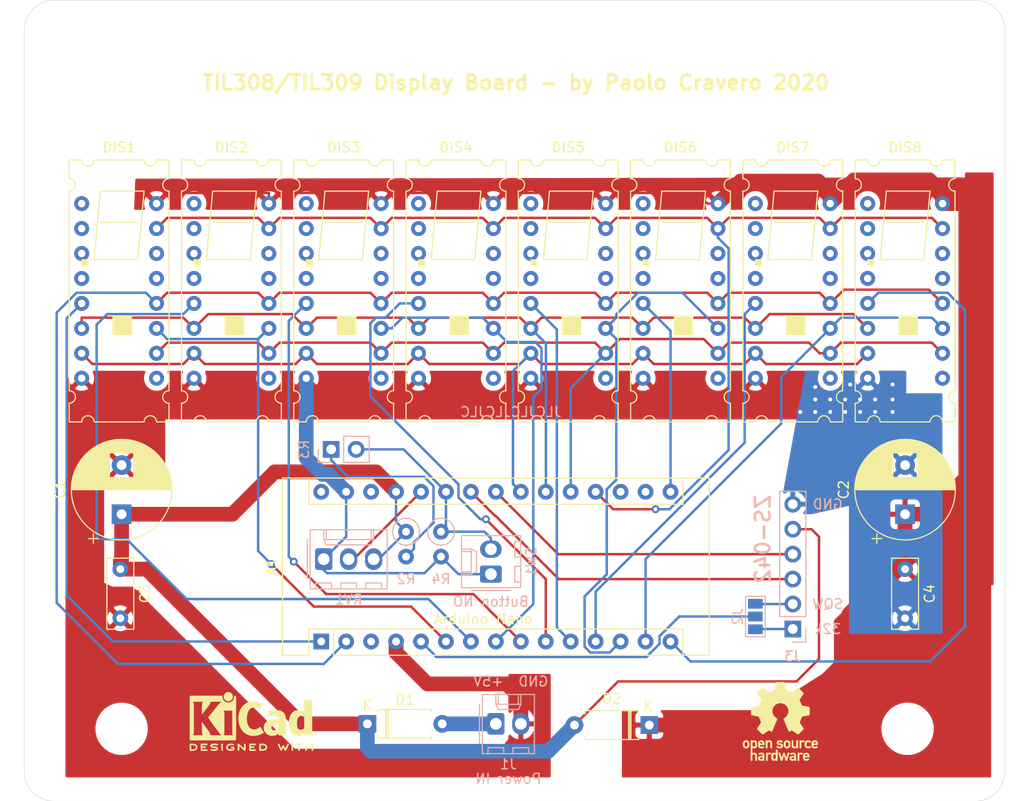
<source format=kicad_pcb>
(kicad_pcb (version 20171130) (host pcbnew 5.1.5-52549c5~86~ubuntu18.04.1)
  (layers (0 F.Cu signal) (31 B.Cu signal) (34 B.Paste user hide) (35 F.Paste user hide) (36 B.SilkS user) (37 F.SilkS user) (38 B.Mask user) (39 F.Mask user) (44 Edge.Cuts user))
  (net 0 "")
  (net 1 LS6)
  (net 2 LS5)
  (net 3 "Net-(A1-Pad30)")
  (net 4 GNDPWR)
  (net 5 "Net-(A1-Pad28)")
  (net 6 PWM4)
  (net 7 +5VA)
  (net 8 LS4)
  (net 9 POT)
  (net 10 LS3)
  (net 11 LDR+BUTTON)
  (net 12 PWM3)
  (net 13 SCL)
  (net 14 PWM2)
  (net 15 SDA)
  (net 16 LS2)
  (net 17 /D)
  (net 18 PWM1)
  (net 19 /C)
  (net 20 INT0)
  (net 21 /B)
  (net 22 /A)
  (net 23 "Net-(A1-Pad3)")
  (net 24 "Net-(A1-Pad18)")
  (net 25 LS1)
  (net 26 "Net-(A1-Pad17)")
  (net 27 /DP)
  (net 28 +5VD)
  (net 29 "Net-(DIS1-Pad14)")
  (net 30 "Net-(DIS1-Pad13)")
  (net 31 "Net-(DIS1-Pad4)")
  (net 32 "Net-(DIS1-Pad3)")
  (net 33 "Net-(DIS1-Pad2)")
  (net 34 "Net-(DIS1-Pad1)")
  (net 35 "Net-(DIS2-Pad14)")
  (net 36 "Net-(DIS2-Pad13)")
  (net 37 "Net-(DIS2-Pad4)")
  (net 38 "Net-(DIS2-Pad3)")
  (net 39 "Net-(DIS2-Pad2)")
  (net 40 "Net-(DIS2-Pad1)")
  (net 41 "Net-(DIS3-Pad14)")
  (net 42 "Net-(DIS3-Pad13)")
  (net 43 "Net-(DIS3-Pad4)")
  (net 44 "Net-(DIS3-Pad3)")
  (net 45 "Net-(DIS3-Pad2)")
  (net 46 "Net-(DIS3-Pad1)")
  (net 47 "Net-(DIS4-Pad14)")
  (net 48 "Net-(DIS4-Pad13)")
  (net 49 "Net-(DIS4-Pad4)")
  (net 50 "Net-(DIS4-Pad3)")
  (net 51 "Net-(DIS4-Pad2)")
  (net 52 "Net-(DIS4-Pad1)")
  (net 53 "Net-(DIS5-Pad14)")
  (net 54 "Net-(DIS5-Pad13)")
  (net 55 "Net-(DIS5-Pad4)")
  (net 56 "Net-(DIS5-Pad3)")
  (net 57 "Net-(DIS5-Pad2)")
  (net 58 "Net-(DIS5-Pad1)")
  (net 59 "Net-(DIS6-Pad14)")
  (net 60 "Net-(DIS6-Pad13)")
  (net 61 "Net-(DIS6-Pad4)")
  (net 62 "Net-(DIS6-Pad3)")
  (net 63 "Net-(DIS6-Pad2)")
  (net 64 "Net-(DIS6-Pad1)")
  (net 65 LS8)
  (net 66 LS7)
  (net 67 "Net-(D1-Pad2)")
  (net 68 "Net-(DIS7-Pad14)")
  (net 69 "Net-(DIS7-Pad13)")
  (net 70 "Net-(DIS7-Pad4)")
  (net 71 "Net-(DIS7-Pad3)")
  (net 72 "Net-(DIS7-Pad2)")
  (net 73 "Net-(DIS7-Pad1)")
  (net 74 "Net-(DIS8-Pad14)")
  (net 75 "Net-(DIS8-Pad13)")
  (net 76 "Net-(DIS8-Pad4)")
  (net 77 "Net-(DIS8-Pad3)")
  (net 78 "Net-(DIS8-Pad2)")
  (net 79 "Net-(DIS8-Pad1)")
  (net 80 "Net-(J2-Pad1)")
  (net 81 "Net-(J2-Pad3)")
  (net 82 "Net-(R2-Pad2)")
  (module LED_obsolete:TIL308 (layer F.Cu) (at 97.282 67.056)
    (fp_text reference DIS1 (at 0 -15.24) (layer F.SilkS))
    (fp_text value TIL308)
    (pad 16 thru_hole circle (at 3.81 -9.525) (size 1.524 1.524) (drill 0.762) (layers *.Cu *.Mask) (net 28 +5VD))
    (pad 15 thru_hole circle (at 3.81 -6.985) (size 1.524 1.524) (drill 0.762) (layers *.Cu *.Mask) (net 22 /A))
    (pad 14 thru_hole circle (at 3.81 -4.445) (size 1.524 1.524) (drill 0.762) (layers *.Cu *.Mask) (net 29 "Net-(DIS1-Pad14)"))
    (pad 13 thru_hole circle (at 3.81 -1.905) (size 1.524 1.524) (drill 0.762) (layers *.Cu *.Mask) (net 30 "Net-(DIS1-Pad13)"))
    (pad 12 thru_hole circle (at 3.81 0.635) (size 1.524 1.524) (drill 0.762) (layers *.Cu *.Mask) (net 27 /DP))
    (pad 11 thru_hole circle (at 3.81 3.175) (size 1.524 1.524) (drill 0.762) (layers *.Cu *.Mask) (net 18 PWM1))
    (pad 10 thru_hole circle (at 3.81 5.715) (size 1.524 1.524) (drill 0.762) (layers *.Cu *.Mask) (net 21 /B))
    (pad 9 thru_hole circle (at 3.81 8.255) (size 1.524 1.524) (drill 0.762) (layers *.Cu *.Mask))
    (pad 8 thru_hole circle (at -3.81 8.255) (size 1.524 1.524) (drill 0.762) (layers *.Cu *.Mask) (net 4 GNDPWR))
    (pad 7 thru_hole circle (at -3.81 5.715) (size 1.524 1.524) (drill 0.762) (layers *.Cu *.Mask) (net 17 /D))
    (pad 6 thru_hole circle (at -3.81 3.175) (size 1.524 1.524) (drill 0.762) (layers *.Cu *.Mask) (net 19 /C))
    (pad 5 thru_hole circle (at -3.81 0.635) (size 1.524 1.524) (drill 0.762) (layers *.Cu *.Mask) (net 25 LS1))
    (pad 4 thru_hole circle (at -3.81 -1.905) (size 1.524 1.524) (drill 0.762) (layers *.Cu *.Mask) (net 31 "Net-(DIS1-Pad4)"))
    (pad 3 thru_hole circle (at -3.81 -4.445) (size 1.524 1.524) (drill 0.762) (layers *.Cu *.Mask) (net 32 "Net-(DIS1-Pad3)"))
    (pad 2 thru_hole circle (at -3.81 -6.985) (size 1.524 1.524) (drill 0.762) (layers *.Cu *.Mask) (net 33 "Net-(DIS1-Pad2)"))
    (pad 1 thru_hole circle (at -3.81 -9.525) (size 1.524 1.524) (drill 0.762) (layers *.Cu *.Mask) (net 34 "Net-(DIS1-Pad1)"))
  )
  (module Symbol:OSHW-Logo_7.5x8mm_SilkScreen (layer F.Cu) (at 164.592 110.236)
    (fp_text reference REF** hide)
    (fp_text value OSHW-Logo_7.5x8mm_SilkScreen hide)
  )
  (module Symbol:KiCad-Logo2_5mm_SilkScreen (layer F.Cu) (at 110.744 110.236)
    (fp_text reference REF** hide)
    (fp_text value KiCad-Logo2_5mm_SilkScreen hide)
  )
  (module Diode_THT:D_A-405_P7.62mm_Horizontal (layer F.Cu) (at 151.257 110.617 180)
    (fp_text reference D2 (at 3.81 2.667) (layer F.SilkS))
    (fp_text value 1N4001)
    (fp_text user K (at 0.127 1.905) (layer F.SilkS))
    (pad 2 thru_hole oval (at 7.62 0 180) (size 1.8 1.8) (drill 0.9) (layers *.Cu *.Mask) (net 7 +5VA))
    (pad 1 thru_hole rect (at 0 0 180) (size 1.8 1.8) (drill 0.9) (layers *.Cu *.Mask) (net 28 +5VD))
  )
  (module LED_obsolete:TIL308 (layer F.Cu) (at 177.292 67.056)
    (fp_text reference DIS8 (at 0 -15.24) (layer F.SilkS))
    (fp_text value TIL308)
    (pad 16 thru_hole circle (at 3.81 -9.525) (size 1.524 1.524) (drill 0.762) (layers *.Cu *.Mask) (net 28 +5VD))
    (pad 15 thru_hole circle (at 3.81 -6.985) (size 1.524 1.524) (drill 0.762) (layers *.Cu *.Mask) (net 22 /A))
    (pad 14 thru_hole circle (at 3.81 -4.445) (size 1.524 1.524) (drill 0.762) (layers *.Cu *.Mask) (net 74 "Net-(DIS8-Pad14)"))
    (pad 13 thru_hole circle (at 3.81 -1.905) (size 1.524 1.524) (drill 0.762) (layers *.Cu *.Mask) (net 75 "Net-(DIS8-Pad13)"))
    (pad 12 thru_hole circle (at 3.81 0.635) (size 1.524 1.524) (drill 0.762) (layers *.Cu *.Mask) (net 27 /DP))
    (pad 11 thru_hole circle (at 3.81 3.175) (size 1.524 1.524) (drill 0.762) (layers *.Cu *.Mask) (net 6 PWM4))
    (pad 10 thru_hole circle (at 3.81 5.715) (size 1.524 1.524) (drill 0.762) (layers *.Cu *.Mask) (net 21 /B))
    (pad 9 thru_hole circle (at 3.81 8.255) (size 1.524 1.524) (drill 0.762) (layers *.Cu *.Mask))
    (pad 8 thru_hole circle (at -3.81 8.255) (size 1.524 1.524) (drill 0.762) (layers *.Cu *.Mask) (net 4 GNDPWR))
    (pad 7 thru_hole circle (at -3.81 5.715) (size 1.524 1.524) (drill 0.762) (layers *.Cu *.Mask) (net 17 /D))
    (pad 6 thru_hole circle (at -3.81 3.175) (size 1.524 1.524) (drill 0.762) (layers *.Cu *.Mask) (net 19 /C))
    (pad 5 thru_hole circle (at -3.81 0.635) (size 1.524 1.524) (drill 0.762) (layers *.Cu *.Mask) (net 65 LS8))
    (pad 4 thru_hole circle (at -3.81 -1.905) (size 1.524 1.524) (drill 0.762) (layers *.Cu *.Mask) (net 76 "Net-(DIS8-Pad4)"))
    (pad 3 thru_hole circle (at -3.81 -4.445) (size 1.524 1.524) (drill 0.762) (layers *.Cu *.Mask) (net 77 "Net-(DIS8-Pad3)"))
    (pad 2 thru_hole circle (at -3.81 -6.985) (size 1.524 1.524) (drill 0.762) (layers *.Cu *.Mask) (net 78 "Net-(DIS8-Pad2)"))
    (pad 1 thru_hole circle (at -3.81 -9.525) (size 1.524 1.524) (drill 0.762) (layers *.Cu *.Mask) (net 79 "Net-(DIS8-Pad1)"))
  )
  (module MountingHole:MountingHole_4.3mm_M4 (layer F.Cu) (at 97.536 110.998)
    (fp_text reference H4 hide)
    (fp_text value MountingHole hide)
    (pad 1 np_thru_hole circle (at 0 0) (size 4.3 4.3) (drill 4.3) (layers *.Cu *.Mask))
  )
  (module MountingHole:MountingHole_4.3mm_M4 (layer F.Cu) (at 97.536 45.212)
    (fp_text reference H3 hide)
    (fp_text value MountingHole hide)
    (pad 1 np_thru_hole circle (at 0 0) (size 4.3 4.3) (drill 4.3) (layers *.Cu *.Mask))
  )
  (module MountingHole:MountingHole_4.3mm_M4 (layer F.Cu) (at 177.546 45.212)
    (fp_text reference H2 hide)
    (fp_text value MountingHole hide)
    (pad 1 np_thru_hole circle (at 0 0) (size 4.3 4.3) (drill 4.3) (layers *.Cu *.Mask))
  )
  (module MountingHole:MountingHole_4.3mm_M4 (layer F.Cu) (at 177.546 110.998)
    (fp_text reference H1 hide)
    (fp_text value MountingHole hide)
    (pad 1 np_thru_hole circle (at 0 0) (size 4.3 4.3) (drill 4.3) (layers *.Cu *.Mask))
  )
  (module Connector_Molex:Molex_KK-254_AE-6410-02A_1x02_P2.54mm_Vertical (layer B.Cu) (at 135.128 95.25 90)
    (fp_text reference SW1 (at 1.27 4.12 90) (layer B.SilkS) (effects (justify mirror)))
    (fp_text value SW_Push)
    (fp_text user "Button NO" (at -2.794 0 180) (layer B.SilkS) (effects (justify mirror)))
    (pad 2 thru_hole oval (at 2.54 0 90) (size 1.74 2.2) (drill 1.2) (layers *.Cu *.Mask) (net 11 LDR+BUTTON))
    (pad 1 thru_hole roundrect (at 0 0 90) (size 1.74 2.2) (drill 1.2) (layers *.Cu *.Mask) (roundrect_rratio 0.143678) (net 4 GNDPWR))
  )
  (module Connector_Molex:Molex_KK-254_AE-6410-03A_1x03_P2.54mm_Vertical (layer B.Cu) (at 118.11 93.726)
    (fp_text reference RV1 (at 2.54 4.12) (layer B.SilkS) (effects (justify mirror)))
    (fp_text value "100k LIN")
    (pad 3 thru_hole oval (at 5.08 0) (size 1.74 2.2) (drill 1.2) (layers *.Cu *.Mask) (net 7 +5VA))
    (pad 2 thru_hole oval (at 2.54 0) (size 1.74 2.2) (drill 1.2) (layers *.Cu *.Mask) (net 9 POT))
    (pad 1 thru_hole roundrect (at 0 0) (size 1.74 2.2) (drill 1.2) (layers *.Cu *.Mask) (roundrect_rratio 0.143678) (net 4 GNDPWR))
  )
  (module Resistor_THT:R_Axial_DIN0207_L6.3mm_D2.5mm_P2.54mm_Vertical (layer B.Cu) (at 130.048 90.932 270)
    (fp_text reference R4 (at 4.826 0 180) (layer B.SilkS) (effects (justify mirror)))
    (fp_text value 10k)
    (pad 2 thru_hole oval (at 2.54 0 270) (size 1.6 1.6) (drill 0.8) (layers *.Cu *.Mask) (net 4 GNDPWR))
    (pad 1 thru_hole circle (at 0 0 270) (size 1.6 1.6) (drill 0.8) (layers *.Cu *.Mask) (net 11 LDR+BUTTON))
  )
  (module Connector_PinSocket_2.54mm:PinSocket_1x02_P2.54mm_Vertical (layer B.Cu) (at 118.872 82.55 270)
    (fp_text reference R3 (at 0 2.77 270) (layer B.SilkS) (effects (justify mirror)))
    (fp_text value 1M)
    (pad 2 thru_hole oval (at 0 -2.54 270) (size 1.7 1.7) (drill 1) (layers *.Cu *.Mask) (net 11 LDR+BUTTON))
    (pad 1 thru_hole rect (at 0 0 270) (size 1.7 1.7) (drill 1) (layers *.Cu *.Mask) (net 82 "Net-(R2-Pad2)"))
  )
  (module Resistor_THT:R_Axial_DIN0207_L6.3mm_D2.5mm_P2.54mm_Vertical (layer B.Cu) (at 126.492 90.932 270)
    (fp_text reference R2 (at 4.826 0 180) (layer B.SilkS) (effects (justify mirror)))
    (fp_text value 10k)
    (pad 2 thru_hole oval (at 2.54 0 270) (size 1.6 1.6) (drill 0.8) (layers *.Cu *.Mask) (net 82 "Net-(R2-Pad2)"))
    (pad 1 thru_hole circle (at 0 0 270) (size 1.6 1.6) (drill 0.8) (layers *.Cu *.Mask) (net 7 +5VA))
  )
  (module Connector_Molex:Molex_KK-254_AE-6410-02A_1x02_P2.54mm_Vertical (layer B.Cu) (at 135.636 110.49)
    (fp_text reference J1 (at 1.27 4.12) (layer B.SilkS) (effects (justify mirror)))
    (fp_text value Conn_Coaxial_Power)
    (fp_text user "Power IN" (at 1.27 5.588) (layer B.SilkS) (effects (justify mirror)))
    (pad 2 thru_hole oval (at 2.54 0) (size 1.74 2.2) (drill 1.2) (layers *.Cu *.Mask) (net 4 GNDPWR))
    (pad 1 thru_hole roundrect (at 0 0) (size 1.74 2.2) (drill 1.2) (layers *.Cu *.Mask) (roundrect_rratio 0.143678) (net 67 "Net-(D1-Pad2)"))
  )
  (module Connector_PinSocket_2.54mm:PinSocket_1x06_P2.54mm_Vertical (layer B.Cu) (at 165.862 100.838)
    (fp_text reference J3 (at 0 2.77) (layer B.SilkS) (effects (justify mirror)))
    (fp_text value Conn_01x06_Female)
    (pad 6 thru_hole oval (at 0 -12.7) (size 1.7 1.7) (drill 1) (layers *.Cu *.Mask) (net 4 GNDPWR))
    (pad 5 thru_hole oval (at 0 -10.16) (size 1.7 1.7) (drill 1) (layers *.Cu *.Mask) (net 7 +5VA))
    (pad 4 thru_hole oval (at 0 -7.62) (size 1.7 1.7) (drill 1) (layers *.Cu *.Mask) (net 15 SDA))
    (pad 3 thru_hole oval (at 0 -5.08) (size 1.7 1.7) (drill 1) (layers *.Cu *.Mask) (net 13 SCL))
    (pad 2 thru_hole oval (at 0 -2.54) (size 1.7 1.7) (drill 1) (layers *.Cu *.Mask) (net 80 "Net-(J2-Pad1)"))
    (pad 1 thru_hole rect (at 0 0) (size 1.7 1.7) (drill 1) (layers *.Cu *.Mask) (net 81 "Net-(J2-Pad3)"))
  )
  (module Jumper:SolderJumper-3_P1.3mm_Open_Pad1.0x1.5mm_NumberLabels (layer B.Cu) (at 162.052 99.568 270)
    (fp_text reference J2 (at 0 1.8 270) (layer B.SilkS) (effects (justify mirror)))
    (fp_text value Conn_01x03_Female)
    (pad 1 smd rect (at -1.3 0 270) (size 1 1.5) (layers B.Cu B.Mask) (net 80 "Net-(J2-Pad1)"))
    (pad 2 smd rect (at 0 0 270) (size 1 1.5) (layers B.Cu B.Mask) (net 20 INT0))
    (pad 3 smd rect (at 1.3 0 270) (size 1 1.5) (layers B.Cu B.Mask) (net 81 "Net-(J2-Pad3)"))
  )
  (module LED_obsolete:TIL308 (layer F.Cu) (at 165.862 67.056)
    (fp_text reference DIS7 (at 0 -15.24) (layer F.SilkS))
    (fp_text value TIL308)
    (pad 16 thru_hole circle (at 3.81 -9.525) (size 1.524 1.524) (drill 0.762) (layers *.Cu *.Mask) (net 28 +5VD))
    (pad 15 thru_hole circle (at 3.81 -6.985) (size 1.524 1.524) (drill 0.762) (layers *.Cu *.Mask) (net 22 /A))
    (pad 14 thru_hole circle (at 3.81 -4.445) (size 1.524 1.524) (drill 0.762) (layers *.Cu *.Mask) (net 68 "Net-(DIS7-Pad14)"))
    (pad 13 thru_hole circle (at 3.81 -1.905) (size 1.524 1.524) (drill 0.762) (layers *.Cu *.Mask) (net 69 "Net-(DIS7-Pad13)"))
    (pad 12 thru_hole circle (at 3.81 0.635) (size 1.524 1.524) (drill 0.762) (layers *.Cu *.Mask) (net 27 /DP))
    (pad 11 thru_hole circle (at 3.81 3.175) (size 1.524 1.524) (drill 0.762) (layers *.Cu *.Mask) (net 6 PWM4))
    (pad 10 thru_hole circle (at 3.81 5.715) (size 1.524 1.524) (drill 0.762) (layers *.Cu *.Mask) (net 21 /B))
    (pad 9 thru_hole circle (at 3.81 8.255) (size 1.524 1.524) (drill 0.762) (layers *.Cu *.Mask))
    (pad 8 thru_hole circle (at -3.81 8.255) (size 1.524 1.524) (drill 0.762) (layers *.Cu *.Mask) (net 4 GNDPWR))
    (pad 7 thru_hole circle (at -3.81 5.715) (size 1.524 1.524) (drill 0.762) (layers *.Cu *.Mask) (net 17 /D))
    (pad 6 thru_hole circle (at -3.81 3.175) (size 1.524 1.524) (drill 0.762) (layers *.Cu *.Mask) (net 19 /C))
    (pad 5 thru_hole circle (at -3.81 0.635) (size 1.524 1.524) (drill 0.762) (layers *.Cu *.Mask) (net 66 LS7))
    (pad 4 thru_hole circle (at -3.81 -1.905) (size 1.524 1.524) (drill 0.762) (layers *.Cu *.Mask) (net 70 "Net-(DIS7-Pad4)"))
    (pad 3 thru_hole circle (at -3.81 -4.445) (size 1.524 1.524) (drill 0.762) (layers *.Cu *.Mask) (net 71 "Net-(DIS7-Pad3)"))
    (pad 2 thru_hole circle (at -3.81 -6.985) (size 1.524 1.524) (drill 0.762) (layers *.Cu *.Mask) (net 72 "Net-(DIS7-Pad2)"))
    (pad 1 thru_hole circle (at -3.81 -9.525) (size 1.524 1.524) (drill 0.762) (layers *.Cu *.Mask) (net 73 "Net-(DIS7-Pad1)"))
  )
  (module LED_obsolete:TIL308 (layer F.Cu) (at 154.432 67.056)
    (fp_text reference DIS6 (at 0 -15.24) (layer F.SilkS))
    (fp_text value TIL308)
    (pad 16 thru_hole circle (at 3.81 -9.525) (size 1.524 1.524) (drill 0.762) (layers *.Cu *.Mask) (net 28 +5VD))
    (pad 15 thru_hole circle (at 3.81 -6.985) (size 1.524 1.524) (drill 0.762) (layers *.Cu *.Mask) (net 22 /A))
    (pad 14 thru_hole circle (at 3.81 -4.445) (size 1.524 1.524) (drill 0.762) (layers *.Cu *.Mask) (net 59 "Net-(DIS6-Pad14)"))
    (pad 13 thru_hole circle (at 3.81 -1.905) (size 1.524 1.524) (drill 0.762) (layers *.Cu *.Mask) (net 60 "Net-(DIS6-Pad13)"))
    (pad 12 thru_hole circle (at 3.81 0.635) (size 1.524 1.524) (drill 0.762) (layers *.Cu *.Mask) (net 27 /DP))
    (pad 11 thru_hole circle (at 3.81 3.175) (size 1.524 1.524) (drill 0.762) (layers *.Cu *.Mask) (net 12 PWM3))
    (pad 10 thru_hole circle (at 3.81 5.715) (size 1.524 1.524) (drill 0.762) (layers *.Cu *.Mask) (net 21 /B))
    (pad 9 thru_hole circle (at 3.81 8.255) (size 1.524 1.524) (drill 0.762) (layers *.Cu *.Mask))
    (pad 8 thru_hole circle (at -3.81 8.255) (size 1.524 1.524) (drill 0.762) (layers *.Cu *.Mask) (net 4 GNDPWR))
    (pad 7 thru_hole circle (at -3.81 5.715) (size 1.524 1.524) (drill 0.762) (layers *.Cu *.Mask) (net 17 /D))
    (pad 6 thru_hole circle (at -3.81 3.175) (size 1.524 1.524) (drill 0.762) (layers *.Cu *.Mask) (net 19 /C))
    (pad 5 thru_hole circle (at -3.81 0.635) (size 1.524 1.524) (drill 0.762) (layers *.Cu *.Mask) (net 1 LS6))
    (pad 4 thru_hole circle (at -3.81 -1.905) (size 1.524 1.524) (drill 0.762) (layers *.Cu *.Mask) (net 61 "Net-(DIS6-Pad4)"))
    (pad 3 thru_hole circle (at -3.81 -4.445) (size 1.524 1.524) (drill 0.762) (layers *.Cu *.Mask) (net 62 "Net-(DIS6-Pad3)"))
    (pad 2 thru_hole circle (at -3.81 -6.985) (size 1.524 1.524) (drill 0.762) (layers *.Cu *.Mask) (net 63 "Net-(DIS6-Pad2)"))
    (pad 1 thru_hole circle (at -3.81 -9.525) (size 1.524 1.524) (drill 0.762) (layers *.Cu *.Mask) (net 64 "Net-(DIS6-Pad1)"))
  )
  (module LED_obsolete:TIL308 (layer F.Cu) (at 143.002 67.056)
    (fp_text reference DIS5 (at 0 -15.24) (layer F.SilkS))
    (fp_text value TIL308)
    (pad 16 thru_hole circle (at 3.81 -9.525) (size 1.524 1.524) (drill 0.762) (layers *.Cu *.Mask) (net 28 +5VD))
    (pad 15 thru_hole circle (at 3.81 -6.985) (size 1.524 1.524) (drill 0.762) (layers *.Cu *.Mask) (net 22 /A))
    (pad 14 thru_hole circle (at 3.81 -4.445) (size 1.524 1.524) (drill 0.762) (layers *.Cu *.Mask) (net 53 "Net-(DIS5-Pad14)"))
    (pad 13 thru_hole circle (at 3.81 -1.905) (size 1.524 1.524) (drill 0.762) (layers *.Cu *.Mask) (net 54 "Net-(DIS5-Pad13)"))
    (pad 12 thru_hole circle (at 3.81 0.635) (size 1.524 1.524) (drill 0.762) (layers *.Cu *.Mask) (net 27 /DP))
    (pad 11 thru_hole circle (at 3.81 3.175) (size 1.524 1.524) (drill 0.762) (layers *.Cu *.Mask) (net 12 PWM3))
    (pad 10 thru_hole circle (at 3.81 5.715) (size 1.524 1.524) (drill 0.762) (layers *.Cu *.Mask) (net 21 /B))
    (pad 9 thru_hole circle (at 3.81 8.255) (size 1.524 1.524) (drill 0.762) (layers *.Cu *.Mask))
    (pad 8 thru_hole circle (at -3.81 8.255) (size 1.524 1.524) (drill 0.762) (layers *.Cu *.Mask) (net 4 GNDPWR))
    (pad 7 thru_hole circle (at -3.81 5.715) (size 1.524 1.524) (drill 0.762) (layers *.Cu *.Mask) (net 17 /D))
    (pad 6 thru_hole circle (at -3.81 3.175) (size 1.524 1.524) (drill 0.762) (layers *.Cu *.Mask) (net 19 /C))
    (pad 5 thru_hole circle (at -3.81 0.635) (size 1.524 1.524) (drill 0.762) (layers *.Cu *.Mask) (net 2 LS5))
    (pad 4 thru_hole circle (at -3.81 -1.905) (size 1.524 1.524) (drill 0.762) (layers *.Cu *.Mask) (net 55 "Net-(DIS5-Pad4)"))
    (pad 3 thru_hole circle (at -3.81 -4.445) (size 1.524 1.524) (drill 0.762) (layers *.Cu *.Mask) (net 56 "Net-(DIS5-Pad3)"))
    (pad 2 thru_hole circle (at -3.81 -6.985) (size 1.524 1.524) (drill 0.762) (layers *.Cu *.Mask) (net 57 "Net-(DIS5-Pad2)"))
    (pad 1 thru_hole circle (at -3.81 -9.525) (size 1.524 1.524) (drill 0.762) (layers *.Cu *.Mask) (net 58 "Net-(DIS5-Pad1)"))
  )
  (module LED_obsolete:TIL308 (layer F.Cu) (at 131.572 67.056)
    (fp_text reference DIS4 (at 0 -15.24) (layer F.SilkS))
    (fp_text value TIL308)
    (pad 16 thru_hole circle (at 3.81 -9.525) (size 1.524 1.524) (drill 0.762) (layers *.Cu *.Mask) (net 28 +5VD))
    (pad 15 thru_hole circle (at 3.81 -6.985) (size 1.524 1.524) (drill 0.762) (layers *.Cu *.Mask) (net 22 /A))
    (pad 14 thru_hole circle (at 3.81 -4.445) (size 1.524 1.524) (drill 0.762) (layers *.Cu *.Mask) (net 47 "Net-(DIS4-Pad14)"))
    (pad 13 thru_hole circle (at 3.81 -1.905) (size 1.524 1.524) (drill 0.762) (layers *.Cu *.Mask) (net 48 "Net-(DIS4-Pad13)"))
    (pad 12 thru_hole circle (at 3.81 0.635) (size 1.524 1.524) (drill 0.762) (layers *.Cu *.Mask) (net 27 /DP))
    (pad 11 thru_hole circle (at 3.81 3.175) (size 1.524 1.524) (drill 0.762) (layers *.Cu *.Mask) (net 14 PWM2))
    (pad 10 thru_hole circle (at 3.81 5.715) (size 1.524 1.524) (drill 0.762) (layers *.Cu *.Mask) (net 21 /B))
    (pad 9 thru_hole circle (at 3.81 8.255) (size 1.524 1.524) (drill 0.762) (layers *.Cu *.Mask))
    (pad 8 thru_hole circle (at -3.81 8.255) (size 1.524 1.524) (drill 0.762) (layers *.Cu *.Mask) (net 4 GNDPWR))
    (pad 7 thru_hole circle (at -3.81 5.715) (size 1.524 1.524) (drill 0.762) (layers *.Cu *.Mask) (net 17 /D))
    (pad 6 thru_hole circle (at -3.81 3.175) (size 1.524 1.524) (drill 0.762) (layers *.Cu *.Mask) (net 19 /C))
    (pad 5 thru_hole circle (at -3.81 0.635) (size 1.524 1.524) (drill 0.762) (layers *.Cu *.Mask) (net 8 LS4))
    (pad 4 thru_hole circle (at -3.81 -1.905) (size 1.524 1.524) (drill 0.762) (layers *.Cu *.Mask) (net 49 "Net-(DIS4-Pad4)"))
    (pad 3 thru_hole circle (at -3.81 -4.445) (size 1.524 1.524) (drill 0.762) (layers *.Cu *.Mask) (net 50 "Net-(DIS4-Pad3)"))
    (pad 2 thru_hole circle (at -3.81 -6.985) (size 1.524 1.524) (drill 0.762) (layers *.Cu *.Mask) (net 51 "Net-(DIS4-Pad2)"))
    (pad 1 thru_hole circle (at -3.81 -9.525) (size 1.524 1.524) (drill 0.762) (layers *.Cu *.Mask) (net 52 "Net-(DIS4-Pad1)"))
  )
  (module LED_obsolete:TIL308 (layer F.Cu) (at 120.142 67.056)
    (fp_text reference DIS3 (at 0 -15.24) (layer F.SilkS))
    (fp_text value TIL308)
    (pad 16 thru_hole circle (at 3.81 -9.525) (size 1.524 1.524) (drill 0.762) (layers *.Cu *.Mask) (net 28 +5VD))
    (pad 15 thru_hole circle (at 3.81 -6.985) (size 1.524 1.524) (drill 0.762) (layers *.Cu *.Mask) (net 22 /A))
    (pad 14 thru_hole circle (at 3.81 -4.445) (size 1.524 1.524) (drill 0.762) (layers *.Cu *.Mask) (net 41 "Net-(DIS3-Pad14)"))
    (pad 13 thru_hole circle (at 3.81 -1.905) (size 1.524 1.524) (drill 0.762) (layers *.Cu *.Mask) (net 42 "Net-(DIS3-Pad13)"))
    (pad 12 thru_hole circle (at 3.81 0.635) (size 1.524 1.524) (drill 0.762) (layers *.Cu *.Mask) (net 27 /DP))
    (pad 11 thru_hole circle (at 3.81 3.175) (size 1.524 1.524) (drill 0.762) (layers *.Cu *.Mask) (net 14 PWM2))
    (pad 10 thru_hole circle (at 3.81 5.715) (size 1.524 1.524) (drill 0.762) (layers *.Cu *.Mask) (net 21 /B))
    (pad 9 thru_hole circle (at 3.81 8.255) (size 1.524 1.524) (drill 0.762) (layers *.Cu *.Mask))
    (pad 8 thru_hole circle (at -3.81 8.255) (size 1.524 1.524) (drill 0.762) (layers *.Cu *.Mask) (net 4 GNDPWR))
    (pad 7 thru_hole circle (at -3.81 5.715) (size 1.524 1.524) (drill 0.762) (layers *.Cu *.Mask) (net 17 /D))
    (pad 6 thru_hole circle (at -3.81 3.175) (size 1.524 1.524) (drill 0.762) (layers *.Cu *.Mask) (net 19 /C))
    (pad 5 thru_hole circle (at -3.81 0.635) (size 1.524 1.524) (drill 0.762) (layers *.Cu *.Mask) (net 10 LS3))
    (pad 4 thru_hole circle (at -3.81 -1.905) (size 1.524 1.524) (drill 0.762) (layers *.Cu *.Mask) (net 43 "Net-(DIS3-Pad4)"))
    (pad 3 thru_hole circle (at -3.81 -4.445) (size 1.524 1.524) (drill 0.762) (layers *.Cu *.Mask) (net 44 "Net-(DIS3-Pad3)"))
    (pad 2 thru_hole circle (at -3.81 -6.985) (size 1.524 1.524) (drill 0.762) (layers *.Cu *.Mask) (net 45 "Net-(DIS3-Pad2)"))
    (pad 1 thru_hole circle (at -3.81 -9.525) (size 1.524 1.524) (drill 0.762) (layers *.Cu *.Mask) (net 46 "Net-(DIS3-Pad1)"))
  )
  (module LED_obsolete:TIL308 (layer F.Cu) (at 108.712 67.056)
    (fp_text reference DIS2 (at 0 -15.24) (layer F.SilkS))
    (fp_text value TIL308)
    (pad 16 thru_hole circle (at 3.81 -9.525) (size 1.524 1.524) (drill 0.762) (layers *.Cu *.Mask) (net 28 +5VD))
    (pad 15 thru_hole circle (at 3.81 -6.985) (size 1.524 1.524) (drill 0.762) (layers *.Cu *.Mask) (net 22 /A))
    (pad 14 thru_hole circle (at 3.81 -4.445) (size 1.524 1.524) (drill 0.762) (layers *.Cu *.Mask) (net 35 "Net-(DIS2-Pad14)"))
    (pad 13 thru_hole circle (at 3.81 -1.905) (size 1.524 1.524) (drill 0.762) (layers *.Cu *.Mask) (net 36 "Net-(DIS2-Pad13)"))
    (pad 12 thru_hole circle (at 3.81 0.635) (size 1.524 1.524) (drill 0.762) (layers *.Cu *.Mask) (net 27 /DP))
    (pad 11 thru_hole circle (at 3.81 3.175) (size 1.524 1.524) (drill 0.762) (layers *.Cu *.Mask) (net 18 PWM1))
    (pad 10 thru_hole circle (at 3.81 5.715) (size 1.524 1.524) (drill 0.762) (layers *.Cu *.Mask) (net 21 /B))
    (pad 9 thru_hole circle (at 3.81 8.255) (size 1.524 1.524) (drill 0.762) (layers *.Cu *.Mask))
    (pad 8 thru_hole circle (at -3.81 8.255) (size 1.524 1.524) (drill 0.762) (layers *.Cu *.Mask) (net 4 GNDPWR))
    (pad 7 thru_hole circle (at -3.81 5.715) (size 1.524 1.524) (drill 0.762) (layers *.Cu *.Mask) (net 17 /D))
    (pad 6 thru_hole circle (at -3.81 3.175) (size 1.524 1.524) (drill 0.762) (layers *.Cu *.Mask) (net 19 /C))
    (pad 5 thru_hole circle (at -3.81 0.635) (size 1.524 1.524) (drill 0.762) (layers *.Cu *.Mask) (net 16 LS2))
    (pad 4 thru_hole circle (at -3.81 -1.905) (size 1.524 1.524) (drill 0.762) (layers *.Cu *.Mask) (net 37 "Net-(DIS2-Pad4)"))
    (pad 3 thru_hole circle (at -3.81 -4.445) (size 1.524 1.524) (drill 0.762) (layers *.Cu *.Mask) (net 38 "Net-(DIS2-Pad3)"))
    (pad 2 thru_hole circle (at -3.81 -6.985) (size 1.524 1.524) (drill 0.762) (layers *.Cu *.Mask) (net 39 "Net-(DIS2-Pad2)"))
    (pad 1 thru_hole circle (at -3.81 -9.525) (size 1.524 1.524) (drill 0.762) (layers *.Cu *.Mask) (net 40 "Net-(DIS2-Pad1)"))
  )
  (module Diode_THT:D_A-405_P7.62mm_Horizontal (layer F.Cu) (at 122.555 110.49)
    (fp_text reference D1 (at 3.81 -2.47) (layer F.SilkS))
    (fp_text value 1N4001)
    (fp_text user K (at 0 -1.9) (layer F.SilkS))
    (pad 2 thru_hole oval (at 7.62 0) (size 1.8 1.8) (drill 0.9) (layers *.Cu *.Mask) (net 67 "Net-(D1-Pad2)"))
    (pad 1 thru_hole rect (at 0 0) (size 1.8 1.8) (drill 0.9) (layers *.Cu *.Mask) (net 7 +5VA))
  )
  (module Capacitor_THT:C_Rect_L7.0mm_W2.5mm_P5.00mm (layer F.Cu) (at 177.292 94.742 270)
    (fp_text reference C4 (at 2.5 -2.5 90) (layer F.SilkS))
    (fp_text value 100n)
    (pad 2 thru_hole circle (at 5 0 270) (size 1.6 1.6) (drill 0.8) (layers *.Cu *.Mask) (net 4 GNDPWR))
    (pad 1 thru_hole circle (at 0 0 270) (size 1.6 1.6) (drill 0.8) (layers *.Cu *.Mask) (net 28 +5VD))
  )
  (module Capacitor_THT:C_Rect_L7.0mm_W2.5mm_P5.00mm (layer F.Cu) (at 97.409 94.742 270)
    (fp_text reference C3 (at 2.5 -2.5 90) (layer F.SilkS))
    (fp_text value 100n)
    (pad 2 thru_hole circle (at 5 0 270) (size 1.6 1.6) (drill 0.8) (layers *.Cu *.Mask) (net 4 GNDPWR))
    (pad 1 thru_hole circle (at 0 0 270) (size 1.6 1.6) (drill 0.8) (layers *.Cu *.Mask) (net 7 +5VA))
  )
  (module Capacitor_THT:CP_Radial_D10.0mm_P5.00mm (layer F.Cu) (at 177.292 89.154 90)
    (fp_text reference C2 (at 2.5 -6.25 90) (layer F.SilkS))
    (fp_text value 100u)
    (pad 2 thru_hole circle (at 5 0 90) (size 2 2) (drill 1) (layers *.Cu *.Mask) (net 4 GNDPWR))
    (pad 1 thru_hole rect (at 0 0 90) (size 2 2) (drill 1) (layers *.Cu *.Mask) (net 28 +5VD))
  )
  (module Capacitor_THT:CP_Radial_D10.0mm_P5.00mm (layer F.Cu) (at 97.536 89.154 90)
    (fp_text reference C1 (at 2.5 -6.25 90) (layer F.SilkS))
    (fp_text value 100u)
    (pad 2 thru_hole circle (at 5 0 90) (size 2 2) (drill 1) (layers *.Cu *.Mask) (net 4 GNDPWR))
    (pad 1 thru_hole rect (at 0 0 90) (size 2 2) (drill 1) (layers *.Cu *.Mask) (net 7 +5VA))
  )
  (module Module:Arduino_Nano (layer F.Cu) (at 117.856 102.108 90)
    (fp_text reference A1 (at 7.62 -5.08 90) (layer F.SilkS))
    (fp_text value "Arduino Nano" (at 2.286 16.51) (layer F.SilkS))
    (pad 16 thru_hole oval (at 15.24 35.56 90) (size 1.6 1.6) (drill 0.8) (layers *.Cu *.Mask) (net 1 LS6))
    (pad 15 thru_hole oval (at 0 35.56 90) (size 1.6 1.6) (drill 0.8) (layers *.Cu *.Mask) (net 65 LS8))
    (pad 30 thru_hole oval (at 15.24 0 90) (size 1.6 1.6) (drill 0.8) (layers *.Cu *.Mask) (net 3 "Net-(A1-Pad30)"))
    (pad 14 thru_hole oval (at 0 33.02 90) (size 1.6 1.6) (drill 0.8) (layers *.Cu *.Mask) (net 6 PWM4))
    (pad 29 thru_hole oval (at 15.24 2.54 90) (size 1.6 1.6) (drill 0.8) (layers *.Cu *.Mask) (net 4 GNDPWR))
    (pad 13 thru_hole oval (at 0 30.48 90) (size 1.6 1.6) (drill 0.8) (layers *.Cu *.Mask) (net 12 PWM3))
    (pad 28 thru_hole oval (at 15.24 5.08 90) (size 1.6 1.6) (drill 0.8) (layers *.Cu *.Mask) (net 5 "Net-(A1-Pad28)"))
    (pad 12 thru_hole oval (at 0 27.94 90) (size 1.6 1.6) (drill 0.8) (layers *.Cu *.Mask) (net 66 LS7))
    (pad 27 thru_hole oval (at 15.24 7.62 90) (size 1.6 1.6) (drill 0.8) (layers *.Cu *.Mask) (net 7 +5VA))
    (pad 11 thru_hole oval (at 0 25.4 90) (size 1.6 1.6) (drill 0.8) (layers *.Cu *.Mask) (net 2 LS5))
    (pad 26 thru_hole oval (at 15.24 10.16 90) (size 1.6 1.6) (drill 0.8) (layers *.Cu *.Mask) (net 9 POT))
    (pad 10 thru_hole oval (at 0 22.86 90) (size 1.6 1.6) (drill 0.8) (layers *.Cu *.Mask) (net 8 LS4))
    (pad 25 thru_hole oval (at 15.24 12.7 90) (size 1.6 1.6) (drill 0.8) (layers *.Cu *.Mask) (net 11 LDR+BUTTON))
    (pad 9 thru_hole oval (at 0 20.32 90) (size 1.6 1.6) (drill 0.8) (layers *.Cu *.Mask) (net 10 LS3))
    (pad 24 thru_hole oval (at 15.24 15.24 90) (size 1.6 1.6) (drill 0.8) (layers *.Cu *.Mask) (net 13 SCL))
    (pad 8 thru_hole oval (at 0 17.78 90) (size 1.6 1.6) (drill 0.8) (layers *.Cu *.Mask) (net 14 PWM2))
    (pad 23 thru_hole oval (at 15.24 17.78 90) (size 1.6 1.6) (drill 0.8) (layers *.Cu *.Mask) (net 15 SDA))
    (pad 7 thru_hole oval (at 0 15.24 90) (size 1.6 1.6) (drill 0.8) (layers *.Cu *.Mask) (net 16 LS2))
    (pad 22 thru_hole oval (at 15.24 20.32 90) (size 1.6 1.6) (drill 0.8) (layers *.Cu *.Mask) (net 17 /D))
    (pad 6 thru_hole oval (at 0 12.7 90) (size 1.6 1.6) (drill 0.8) (layers *.Cu *.Mask) (net 18 PWM1))
    (pad 21 thru_hole oval (at 15.24 22.86 90) (size 1.6 1.6) (drill 0.8) (layers *.Cu *.Mask) (net 19 /C))
    (pad 5 thru_hole oval (at 0 10.16 90) (size 1.6 1.6) (drill 0.8) (layers *.Cu *.Mask) (net 20 INT0))
    (pad 20 thru_hole oval (at 15.24 25.4 90) (size 1.6 1.6) (drill 0.8) (layers *.Cu *.Mask) (net 21 /B))
    (pad 4 thru_hole oval (at 0 7.62 90) (size 1.6 1.6) (drill 0.8) (layers *.Cu *.Mask) (net 4 GNDPWR))
    (pad 19 thru_hole oval (at 15.24 27.94 90) (size 1.6 1.6) (drill 0.8) (layers *.Cu *.Mask) (net 22 /A))
    (pad 3 thru_hole oval (at 0 5.08 90) (size 1.6 1.6) (drill 0.8) (layers *.Cu *.Mask) (net 23 "Net-(A1-Pad3)"))
    (pad 18 thru_hole oval (at 15.24 30.48 90) (size 1.6 1.6) (drill 0.8) (layers *.Cu *.Mask) (net 24 "Net-(A1-Pad18)"))
    (pad 2 thru_hole oval (at 0 2.54 90) (size 1.6 1.6) (drill 0.8) (layers *.Cu *.Mask) (net 27 /DP))
    (pad 17 thru_hole oval (at 15.24 33.02 90) (size 1.6 1.6) (drill 0.8) (layers *.Cu *.Mask) (net 26 "Net-(A1-Pad17)"))
    (pad 1 thru_hole rect (at 0 0 90) (size 1.6 1.6) (drill 0.8) (layers *.Cu *.Mask) (net 25 LS1))
  )
  (gr_text JLCJLCJLCJLC (at 137.16 78.74) (layer B.SilkS) (effects (font (size 1 1)) (justify mirror)))
  (gr_line (start 87.63 115.316) (end 87.63 39.878) (layer Edge.Cuts) (width 0.05))
  (gr_line (start 184.404 36.83) (end 90.678 36.83) (layer Edge.Cuts) (width 0.05))
  (gr_line (start 187.452 115.316) (end 187.452 39.878) (layer Edge.Cuts) (width 0.05))
  (gr_line (start 90.678 118.364) (end 184.404 118.364) (layer Edge.Cuts) (width 0.05))
  (gr_arc (start 184.404 39.878) (end 187.452 39.878) (angle -90) (layer Edge.Cuts) (width 0.05))
  (gr_arc (start 184.404 115.316) (end 184.404 118.364) (angle -90) (layer Edge.Cuts) (width 0.05))
  (gr_arc (start 90.678 115.316) (end 87.63 115.316) (angle -90) (layer Edge.Cuts) (width 0.05))
  (gr_arc (start 90.678 39.878) (end 90.678 36.83) (angle -90) (layer Edge.Cuts) (width 0.05))
  (gr_text "GND  +5V" (at 137.16 106.172) (layer B.SilkS) (effects (font (size 1 1)) (justify mirror)))
  (gr_text ZS-042 (at 162.814 91.694 90) (layer B.SilkS) (effects (font (size 1.5 1.5) (thickness 0.25)) (justify mirror)))
  (gr_text GND (at 169.418 88.138) (layer B.SilkS) (effects (font (size 1 1)) (justify mirror)))
  (gr_text 32k (at 169.418 100.838) (layer B.SilkS) (effects (font (size 1 1)) (justify mirror)))
  (gr_text SQW (at 169.418 98.298) (layer B.SilkS) (effects (font (size 1 1)) (justify mirror)))
  (gr_text "TIL308/TIL309 Display Board - by Paolo Cravero 2020" (at 137.668 45.212) (layer F.SilkS) (effects (font (size 1.5 1.5) (thickness 0.3))))
  (segment (start 153.416 70.485) (end 153.416 86.868) (width 0.25) (layer B.Cu) (net 1))
  (segment (start 150.622 67.691) (end 153.416 70.485) (width 0.25) (layer B.Cu) (net 1))
  (segment (start 141.841001 100.693001) (end 142.456001 101.308001) (width 0.25) (layer B.Cu) (net 2))
  (segment (start 142.456001 101.308001) (end 143.256 102.108) (width 0.25) (layer B.Cu) (net 2))
  (segment (start 141.841001 70.340001) (end 141.841001 100.693001) (width 0.25) (layer B.Cu) (net 2))
  (segment (start 139.192 67.691) (end 141.841001 70.340001) (width 0.25) (layer B.Cu) (net 2))
  (segment (start 120.396 91.44) (end 118.11 93.726) (width 0.25) (layer B.Cu) (net 4))
  (segment (start 120.396 86.868) (end 120.396 91.44) (width 0.25) (layer B.Cu) (net 4))
  (segment (start 118.11 94.826) (end 118.11 93.726) (width 0.25) (layer B.Cu) (net 4))
  (segment (start 118.43501 95.15101) (end 118.11 94.826) (width 0.25) (layer B.Cu) (net 4))
  (segment (start 128.36899 95.15101) (end 118.43501 95.15101) (width 0.25) (layer B.Cu) (net 4))
  (segment (start 130.048 93.472) (end 128.36899 95.15101) (width 0.25) (layer B.Cu) (net 4))
  (segment (start 131.826 95.25) (end 135.128 95.25) (width 0.25) (layer B.Cu) (net 4))
  (segment (start 130.048 93.472) (end 131.826 95.25) (width 0.25) (layer B.Cu) (net 4))
  (segment (start 125.476 103.23937) (end 128.66263 106.426) (width 1.5) (layer F.Cu) (net 4))
  (segment (start 125.476 102.108) (end 125.476 103.23937) (width 1.5) (layer F.Cu) (net 4))
  (segment (start 138.176 107.89) (end 138.176 110.49) (width 1.5) (layer F.Cu) (net 4))
  (segment (start 136.712 106.426) (end 138.176 107.89) (width 1.5) (layer F.Cu) (net 4))
  (segment (start 128.66263 106.426) (end 136.712 106.426) (width 1.5) (layer F.Cu) (net 4))
  (segment (start 118.618 85.09) (end 119.596001 86.068001) (width 1.5) (layer B.Cu) (net 4))
  (segment (start 119.596001 86.068001) (end 120.396 86.868) (width 1.5) (layer B.Cu) (net 4))
  (segment (start 118.001998 85.09) (end 118.618 85.09) (width 1.5) (layer B.Cu) (net 4))
  (segment (start 116.332 83.420002) (end 118.001998 85.09) (width 1.5) (layer B.Cu) (net 4))
  (segment (start 116.332 75.311) (end 116.332 83.420002) (width 1.5) (layer B.Cu) (net 4))
  (via (at 176.022 75.946) (size 0.8) (drill 0.4) (layers F.Cu B.Cu) (net 4))
  (via (at 176.022 77.47) (size 0.8) (drill 0.4) (layers F.Cu B.Cu) (net 4))
  (via (at 176.022 78.74) (size 0.8) (drill 0.4) (layers F.Cu B.Cu) (net 4))
  (via (at 174.244 78.74) (size 0.8) (drill 0.4) (layers F.Cu B.Cu) (net 4))
  (via (at 174.244 77.47) (size 0.8) (drill 0.4) (layers F.Cu B.Cu) (net 4))
  (via (at 172.72 77.47) (size 0.8) (drill 0.4) (layers F.Cu B.Cu) (net 4))
  (via (at 172.72 78.74) (size 0.8) (drill 0.4) (layers F.Cu B.Cu) (net 4))
  (via (at 171.196 78.74) (size 0.8) (drill 0.4) (layers F.Cu B.Cu) (net 4))
  (via (at 171.196 77.47) (size 0.8) (drill 0.4) (layers F.Cu B.Cu) (net 4))
  (via (at 169.672 77.47) (size 0.8) (drill 0.4) (layers F.Cu B.Cu) (net 4))
  (via (at 169.672 78.74) (size 0.8) (drill 0.4) (layers F.Cu B.Cu) (net 4))
  (via (at 168.148 78.74) (size 0.8) (drill 0.4) (layers F.Cu B.Cu) (net 4))
  (via (at 168.148 77.47) (size 0.8) (drill 0.4) (layers F.Cu B.Cu) (net 4))
  (via (at 171.704 75.946) (size 0.8) (drill 0.4) (layers F.Cu B.Cu) (net 4))
  (via (at 168.148 76.2) (size 0.8) (drill 0.4) (layers F.Cu B.Cu) (net 4))
  (via (at 166.624 78.74) (size 0.8) (drill 0.4) (layers F.Cu B.Cu) (net 4))
  (segment (start 170.433999 69.469001) (end 169.672 70.231) (width 0.25) (layer B.Cu) (net 6))
  (segment (start 170.759001 69.143999) (end 170.433999 69.469001) (width 0.25) (layer B.Cu) (net 6))
  (segment (start 180.014999 69.143999) (end 170.759001 69.143999) (width 0.25) (layer B.Cu) (net 6))
  (segment (start 181.102 70.231) (end 180.014999 69.143999) (width 0.25) (layer B.Cu) (net 6))
  (segment (start 164.686999 75.216001) (end 164.686999 79.915001) (width 0.25) (layer B.Cu) (net 6))
  (segment (start 169.672 70.231) (end 164.686999 75.216001) (width 0.25) (layer B.Cu) (net 6))
  (segment (start 150.876 93.726) (end 150.876 102.108) (width 0.25) (layer B.Cu) (net 6))
  (segment (start 164.686999 79.915001) (end 150.876 93.726) (width 0.25) (layer B.Cu) (net 6))
  (segment (start 125.476 89.916) (end 125.476 86.868) (width 0.25) (layer B.Cu) (net 7))
  (segment (start 126.492 90.932) (end 125.476 89.916) (width 0.25) (layer B.Cu) (net 7))
  (segment (start 123.698 93.726) (end 123.19 93.726) (width 0.25) (layer B.Cu) (net 7))
  (segment (start 126.492 90.932) (end 123.698 93.726) (width 0.25) (layer B.Cu) (net 7))
  (segment (start 122.555 112.89) (end 122.949 113.284) (width 1.5) (layer B.Cu) (net 7))
  (segment (start 122.555 110.49) (end 122.555 112.89) (width 1.5) (layer B.Cu) (net 7))
  (segment (start 122.949 113.284) (end 140.97 113.284) (width 1.5) (layer B.Cu) (net 7))
  (segment (start 140.97 113.284) (end 143.637 110.617) (width 1.5) (layer B.Cu) (net 7))
  (segment (start 124.676001 86.068001) (end 125.476 86.868) (width 1.5) (layer F.Cu) (net 7))
  (segment (start 123.444 84.836) (end 124.676001 86.068001) (width 1.5) (layer F.Cu) (net 7))
  (segment (start 113.131999 84.836) (end 123.444 84.836) (width 1.5) (layer F.Cu) (net 7))
  (segment (start 97.536 89.154) (end 108.813999 89.154) (width 1.5) (layer F.Cu) (net 7))
  (segment (start 108.813999 89.154) (end 113.131999 84.836) (width 1.5) (layer F.Cu) (net 7))
  (segment (start 165.862 90.678) (end 167.767 90.678) (width 0.25) (layer F.Cu) (net 7))
  (segment (start 167.767 90.678) (end 168.529 91.44) (width 0.25) (layer F.Cu) (net 7))
  (segment (start 168.529 91.44) (end 168.529 103.886) (width 0.25) (layer F.Cu) (net 7))
  (segment (start 168.529 103.886) (end 166.243 106.172) (width 0.25) (layer F.Cu) (net 7))
  (segment (start 148.082 106.172) (end 143.637 110.617) (width 0.25) (layer F.Cu) (net 7))
  (segment (start 166.243 106.172) (end 148.082 106.172) (width 0.25) (layer F.Cu) (net 7))
  (segment (start 97.409 93.853) (end 97.409 94.742) (width 1.5) (layer F.Cu) (net 7))
  (segment (start 100.076 94.742) (end 115.824 110.49) (width 1.5) (layer F.Cu) (net 7))
  (segment (start 97.536 89.154) (end 97.536 93.726) (width 1.5) (layer F.Cu) (net 7))
  (segment (start 115.824 110.49) (end 122.555 110.49) (width 1.5) (layer F.Cu) (net 7))
  (segment (start 97.409 94.742) (end 100.076 94.742) (width 1.5) (layer F.Cu) (net 7))
  (segment (start 97.536 93.726) (end 97.409 93.853) (width 1.5) (layer F.Cu) (net 7))
  (segment (start 140.716 95.757992) (end 135.020003 90.061995) (width 0.25) (layer F.Cu) (net 8))
  (segment (start 122.864999 77.144999) (end 131.826 86.106) (width 0.25) (layer B.Cu) (net 8))
  (segment (start 131.826 86.106) (end 131.826 87.433677) (width 0.25) (layer B.Cu) (net 8))
  (segment (start 134.054319 89.661996) (end 134.620004 89.661996) (width 0.25) (layer B.Cu) (net 8))
  (segment (start 131.826 87.433677) (end 134.054319 89.661996) (width 0.25) (layer B.Cu) (net 8))
  (segment (start 135.020003 90.061995) (end 134.620004 89.661996) (width 0.25) (layer F.Cu) (net 8))
  (segment (start 122.864999 69.709239) (end 122.864999 77.144999) (width 0.25) (layer B.Cu) (net 8))
  (segment (start 140.716 102.108) (end 140.716 95.757992) (width 0.25) (layer F.Cu) (net 8))
  (segment (start 123.430239 69.143999) (end 122.864999 69.709239) (width 0.25) (layer B.Cu) (net 8))
  (segment (start 124.404001 69.143999) (end 123.430239 69.143999) (width 0.25) (layer B.Cu) (net 8))
  (segment (start 125.857 67.691) (end 124.404001 69.143999) (width 0.25) (layer B.Cu) (net 8))
  (segment (start 127.762 67.691) (end 125.857 67.691) (width 0.25) (layer B.Cu) (net 8))
  (via (at 134.620004 89.661996) (size 0.8) (drill 0.4) (layers F.Cu B.Cu) (net 8))
  (segment (start 121.158 93.726) (end 120.65 93.726) (width 0.25) (layer F.Cu) (net 9))
  (segment (start 128.016 86.868) (end 121.158 93.726) (width 0.25) (layer F.Cu) (net 9))
  (segment (start 116.332 67.691) (end 114.554 69.469) (width 0.25) (layer B.Cu) (net 10))
  (segment (start 114.554 69.469) (end 114.554 93.472) (width 0.25) (layer B.Cu) (net 10))
  (via (at 115.062 93.98) (size 0.8) (drill 0.4) (layers F.Cu B.Cu) (net 10))
  (segment (start 114.554 93.472) (end 115.062 93.98) (width 0.25) (layer B.Cu) (net 10))
  (segment (start 115.062 93.98) (end 118.364 97.282) (width 0.25) (layer F.Cu) (net 10))
  (segment (start 133.35 97.282) (end 138.176 102.108) (width 0.25) (layer F.Cu) (net 10))
  (segment (start 118.364 97.282) (end 133.35 97.282) (width 0.25) (layer F.Cu) (net 10))
  (segment (start 126.238 82.55) (end 130.556 86.868) (width 0.25) (layer B.Cu) (net 11))
  (segment (start 121.412 82.55) (end 126.238 82.55) (width 0.25) (layer B.Cu) (net 11))
  (segment (start 130.556 90.424) (end 130.048 90.932) (width 0.25) (layer B.Cu) (net 11))
  (segment (start 130.556 86.868) (end 130.556 90.424) (width 0.25) (layer B.Cu) (net 11))
  (segment (start 131.17937 90.932) (end 130.048 90.932) (width 0.25) (layer B.Cu) (net 11))
  (segment (start 134.47 90.932) (end 131.17937 90.932) (width 0.25) (layer B.Cu) (net 11))
  (segment (start 135.128 91.59) (end 134.47 90.932) (width 0.25) (layer B.Cu) (net 11))
  (segment (start 135.128 92.71) (end 135.128 91.59) (width 0.25) (layer B.Cu) (net 11))
  (segment (start 157.480001 69.469001) (end 158.242 70.231) (width 0.25) (layer B.Cu) (net 12))
  (segment (start 154.614999 66.603999) (end 157.480001 69.469001) (width 0.25) (layer B.Cu) (net 12))
  (segment (start 150.100239 66.603999) (end 154.614999 66.603999) (width 0.25) (layer B.Cu) (net 12))
  (segment (start 147.899001 68.805237) (end 150.100239 66.603999) (width 0.25) (layer B.Cu) (net 12))
  (segment (start 147.899001 69.143999) (end 147.899001 68.805237) (width 0.25) (layer B.Cu) (net 12))
  (segment (start 146.812 70.231) (end 147.899001 69.143999) (width 0.25) (layer B.Cu) (net 12))
  (segment (start 147.536001 102.907999) (end 148.336 102.108) (width 0.25) (layer B.Cu) (net 12))
  (segment (start 145.255999 103.233001) (end 147.210999 103.233001) (width 0.25) (layer B.Cu) (net 12))
  (segment (start 144.670999 102.648001) (end 145.255999 103.233001) (width 0.25) (layer B.Cu) (net 12))
  (segment (start 144.670999 97.516591) (end 144.670999 102.648001) (width 0.25) (layer B.Cu) (net 12))
  (segment (start 146.921001 95.266589) (end 144.670999 97.516591) (width 0.25) (layer B.Cu) (net 12))
  (segment (start 146.921001 86.617997) (end 146.921001 95.266589) (width 0.25) (layer B.Cu) (net 12))
  (segment (start 147.899001 85.639997) (end 146.921001 86.617997) (width 0.25) (layer B.Cu) (net 12))
  (segment (start 147.210999 103.233001) (end 147.536001 102.907999) (width 0.25) (layer B.Cu) (net 12))
  (segment (start 147.899001 71.318001) (end 147.899001 85.639997) (width 0.25) (layer B.Cu) (net 12))
  (segment (start 146.812 70.231) (end 147.899001 71.318001) (width 0.25) (layer B.Cu) (net 12))
  (segment (start 164.659919 95.758) (end 165.862 95.758) (width 0.25) (layer F.Cu) (net 13))
  (segment (start 142.043002 95.758) (end 164.659919 95.758) (width 0.25) (layer F.Cu) (net 13))
  (segment (start 135.599001 89.313999) (end 142.043002 95.758) (width 0.25) (layer F.Cu) (net 13))
  (segment (start 133.096 86.868) (end 135.541999 89.313999) (width 0.25) (layer F.Cu) (net 13))
  (segment (start 135.541999 89.313999) (end 135.599001 89.313999) (width 0.25) (layer F.Cu) (net 13))
  (segment (start 134.294999 69.143999) (end 134.620001 69.469001) (width 0.25) (layer B.Cu) (net 14))
  (segment (start 126.116631 69.143999) (end 134.294999 69.143999) (width 0.25) (layer B.Cu) (net 14))
  (segment (start 125.02963 70.231) (end 126.116631 69.143999) (width 0.25) (layer B.Cu) (net 14))
  (segment (start 134.620001 69.469001) (end 135.382 70.231) (width 0.25) (layer B.Cu) (net 14))
  (segment (start 123.952 70.231) (end 125.02963 70.231) (width 0.25) (layer B.Cu) (net 14))
  (segment (start 136.435999 101.308001) (end 135.636 102.108) (width 0.25) (layer B.Cu) (net 14))
  (segment (start 139.446 98.298) (end 136.435999 101.308001) (width 0.25) (layer B.Cu) (net 14))
  (segment (start 139.446 77.229761) (end 139.446 98.298) (width 0.25) (layer B.Cu) (net 14))
  (segment (start 140.279001 76.39676) (end 139.446 77.229761) (width 0.25) (layer B.Cu) (net 14))
  (segment (start 136.779 71.628) (end 139.7 71.628) (width 0.25) (layer B.Cu) (net 14))
  (segment (start 135.382 70.231) (end 136.779 71.628) (width 0.25) (layer B.Cu) (net 14))
  (segment (start 139.713761 71.641761) (end 139.713761 71.683999) (width 0.25) (layer B.Cu) (net 14))
  (segment (start 139.7 71.628) (end 139.713761 71.641761) (width 0.25) (layer B.Cu) (net 14))
  (segment (start 140.279001 72.249239) (end 140.279001 76.39676) (width 0.25) (layer B.Cu) (net 14))
  (segment (start 139.713761 71.683999) (end 140.279001 72.249239) (width 0.25) (layer B.Cu) (net 14))
  (segment (start 141.986 93.218) (end 135.636 86.868) (width 0.25) (layer F.Cu) (net 15))
  (segment (start 165.862 93.218) (end 141.986 93.218) (width 0.25) (layer F.Cu) (net 15))
  (segment (start 103.814999 68.778001) (end 96.067999 68.778001) (width 0.25) (layer B.Cu) (net 16))
  (segment (start 104.902 67.691) (end 103.814999 68.778001) (width 0.25) (layer B.Cu) (net 16))
  (segment (start 96.067999 68.778001) (end 94.996 69.85) (width 0.25) (layer B.Cu) (net 16))
  (segment (start 94.996 69.85) (end 94.996 91.44) (width 0.25) (layer B.Cu) (net 16))
  (segment (start 95.25 91.694) (end 98.044 91.694) (width 0.25) (layer B.Cu) (net 16))
  (segment (start 94.996 91.44) (end 95.25 91.694) (width 0.25) (layer B.Cu) (net 16))
  (segment (start 98.044 91.694) (end 104.14 97.79) (width 0.25) (layer B.Cu) (net 16))
  (segment (start 128.778 97.79) (end 133.096 102.108) (width 0.25) (layer B.Cu) (net 16))
  (segment (start 104.14 97.79) (end 128.778 97.79) (width 0.25) (layer B.Cu) (net 16))
  (segment (start 103.814999 73.858001) (end 104.140001 73.532999) (width 0.25) (layer F.Cu) (net 17))
  (segment (start 94.559001 73.858001) (end 103.814999 73.858001) (width 0.25) (layer F.Cu) (net 17))
  (segment (start 104.140001 73.532999) (end 104.902 72.771) (width 0.25) (layer F.Cu) (net 17))
  (segment (start 93.472 72.771) (end 94.559001 73.858001) (width 0.25) (layer F.Cu) (net 17))
  (segment (start 105.989001 73.858001) (end 115.244999 73.858001) (width 0.25) (layer F.Cu) (net 17))
  (segment (start 115.570001 73.532999) (end 116.332 72.771) (width 0.25) (layer F.Cu) (net 17))
  (segment (start 115.244999 73.858001) (end 115.570001 73.532999) (width 0.25) (layer F.Cu) (net 17))
  (segment (start 104.902 72.771) (end 105.989001 73.858001) (width 0.25) (layer F.Cu) (net 17))
  (segment (start 127.000001 73.532999) (end 127.762 72.771) (width 0.25) (layer F.Cu) (net 17))
  (segment (start 126.674999 73.858001) (end 127.000001 73.532999) (width 0.25) (layer F.Cu) (net 17))
  (segment (start 117.419001 73.858001) (end 126.674999 73.858001) (width 0.25) (layer F.Cu) (net 17))
  (segment (start 116.332 72.771) (end 117.419001 73.858001) (width 0.25) (layer F.Cu) (net 17))
  (segment (start 138.104999 73.858001) (end 138.430001 73.532999) (width 0.25) (layer F.Cu) (net 17))
  (segment (start 128.849001 73.858001) (end 138.104999 73.858001) (width 0.25) (layer F.Cu) (net 17))
  (segment (start 138.430001 73.532999) (end 139.192 72.771) (width 0.25) (layer F.Cu) (net 17))
  (segment (start 127.762 72.771) (end 128.849001 73.858001) (width 0.25) (layer F.Cu) (net 17))
  (segment (start 149.860001 73.532999) (end 150.622 72.771) (width 0.25) (layer F.Cu) (net 17))
  (segment (start 149.534999 73.858001) (end 149.860001 73.532999) (width 0.25) (layer F.Cu) (net 17))
  (segment (start 140.279001 73.858001) (end 149.534999 73.858001) (width 0.25) (layer F.Cu) (net 17))
  (segment (start 139.192 72.771) (end 140.279001 73.858001) (width 0.25) (layer F.Cu) (net 17))
  (segment (start 161.290001 73.532999) (end 162.052 72.771) (width 0.25) (layer F.Cu) (net 17))
  (segment (start 160.964999 73.858001) (end 161.290001 73.532999) (width 0.25) (layer F.Cu) (net 17))
  (segment (start 151.709001 73.858001) (end 160.964999 73.858001) (width 0.25) (layer F.Cu) (net 17))
  (segment (start 150.622 72.771) (end 151.709001 73.858001) (width 0.25) (layer F.Cu) (net 17))
  (segment (start 172.720001 73.532999) (end 173.482 72.771) (width 0.25) (layer F.Cu) (net 17))
  (segment (start 172.394999 73.858001) (end 172.720001 73.532999) (width 0.25) (layer F.Cu) (net 17))
  (segment (start 163.139001 73.858001) (end 172.394999 73.858001) (width 0.25) (layer F.Cu) (net 17))
  (segment (start 162.052 72.771) (end 163.139001 73.858001) (width 0.25) (layer F.Cu) (net 17))
  (segment (start 137.376001 86.068001) (end 138.176 86.868) (width 0.25) (layer B.Cu) (net 17))
  (segment (start 137.376001 74.586999) (end 137.376001 86.068001) (width 0.25) (layer B.Cu) (net 17))
  (segment (start 139.192 72.771) (end 137.376001 74.586999) (width 0.25) (layer B.Cu) (net 17))
  (segment (start 111.760001 70.992999) (end 112.522 70.231) (width 0.25) (layer B.Cu) (net 18))
  (segment (start 111.434999 71.318001) (end 111.760001 70.992999) (width 0.25) (layer B.Cu) (net 18))
  (segment (start 102.179001 71.318001) (end 111.434999 71.318001) (width 0.25) (layer B.Cu) (net 18))
  (segment (start 101.092 70.231) (end 102.179001 71.318001) (width 0.25) (layer B.Cu) (net 18))
  (via (at 112.776 94.234) (size 0.8) (drill 0.4) (layers F.Cu B.Cu) (net 18))
  (segment (start 111.434999 92.892999) (end 112.776 94.234) (width 0.25) (layer B.Cu) (net 18))
  (segment (start 112.522 70.231) (end 111.434999 71.318001) (width 0.25) (layer B.Cu) (net 18))
  (segment (start 111.434999 71.318001) (end 111.434999 92.892999) (width 0.25) (layer B.Cu) (net 18))
  (segment (start 112.776 94.234) (end 117.094 98.552) (width 0.25) (layer F.Cu) (net 18))
  (segment (start 127 98.552) (end 130.556 102.108) (width 0.25) (layer F.Cu) (net 18))
  (segment (start 117.094 98.552) (end 127 98.552) (width 0.25) (layer F.Cu) (net 18))
  (segment (start 104.140001 69.469001) (end 104.902 70.231) (width 0.25) (layer F.Cu) (net 19))
  (segment (start 103.814999 69.143999) (end 104.140001 69.469001) (width 0.25) (layer F.Cu) (net 19))
  (segment (start 93.481371 69.143999) (end 103.814999 69.143999) (width 0.25) (layer F.Cu) (net 19))
  (segment (start 93.472 69.15337) (end 93.481371 69.143999) (width 0.25) (layer F.Cu) (net 19))
  (segment (start 93.472 70.231) (end 93.472 69.15337) (width 0.25) (layer F.Cu) (net 19))
  (segment (start 115.570001 69.469001) (end 116.332 70.231) (width 0.25) (layer F.Cu) (net 19))
  (segment (start 106.354999 68.778001) (end 114.879001 68.778001) (width 0.25) (layer F.Cu) (net 19))
  (segment (start 114.879001 68.778001) (end 115.570001 69.469001) (width 0.25) (layer F.Cu) (net 19))
  (segment (start 104.902 70.231) (end 106.354999 68.778001) (width 0.25) (layer F.Cu) (net 19))
  (segment (start 127.000001 69.469001) (end 127.762 70.231) (width 0.25) (layer F.Cu) (net 19))
  (segment (start 126.674999 69.143999) (end 127.000001 69.469001) (width 0.25) (layer F.Cu) (net 19))
  (segment (start 117.419001 69.143999) (end 126.674999 69.143999) (width 0.25) (layer F.Cu) (net 19))
  (segment (start 116.332 70.231) (end 117.419001 69.143999) (width 0.25) (layer F.Cu) (net 19))
  (segment (start 138.430001 69.469001) (end 139.192 70.231) (width 0.25) (layer F.Cu) (net 19))
  (segment (start 128.849001 69.143999) (end 138.104999 69.143999) (width 0.25) (layer F.Cu) (net 19))
  (segment (start 138.104999 69.143999) (end 138.430001 69.469001) (width 0.25) (layer F.Cu) (net 19))
  (segment (start 127.762 70.231) (end 128.849001 69.143999) (width 0.25) (layer F.Cu) (net 19))
  (segment (start 149.860001 69.469001) (end 150.622 70.231) (width 0.25) (layer F.Cu) (net 19))
  (segment (start 149.534999 69.143999) (end 149.860001 69.469001) (width 0.25) (layer F.Cu) (net 19))
  (segment (start 140.279001 69.143999) (end 149.534999 69.143999) (width 0.25) (layer F.Cu) (net 19))
  (segment (start 139.192 70.231) (end 140.279001 69.143999) (width 0.25) (layer F.Cu) (net 19))
  (segment (start 161.290001 69.469001) (end 162.052 70.231) (width 0.25) (layer F.Cu) (net 19))
  (segment (start 151.709001 69.143999) (end 160.964999 69.143999) (width 0.25) (layer F.Cu) (net 19))
  (segment (start 160.964999 69.143999) (end 161.290001 69.469001) (width 0.25) (layer F.Cu) (net 19))
  (segment (start 150.622 70.231) (end 151.709001 69.143999) (width 0.25) (layer F.Cu) (net 19))
  (segment (start 172.720001 69.469001) (end 173.482 70.231) (width 0.25) (layer F.Cu) (net 19))
  (segment (start 172.029001 68.778001) (end 172.720001 69.469001) (width 0.25) (layer F.Cu) (net 19))
  (segment (start 163.504999 68.778001) (end 172.029001 68.778001) (width 0.25) (layer F.Cu) (net 19))
  (segment (start 162.052 70.231) (end 163.504999 68.778001) (width 0.25) (layer F.Cu) (net 19))
  (segment (start 139.192 70.231) (end 140.729012 71.768012) (width 0.25) (layer B.Cu) (net 19))
  (segment (start 140.729012 85.723618) (end 140.716 85.73663) (width 0.25) (layer B.Cu) (net 19))
  (segment (start 140.729012 71.768012) (end 140.729012 85.723618) (width 0.25) (layer B.Cu) (net 19))
  (segment (start 140.716 85.73663) (end 140.716 86.868) (width 0.25) (layer B.Cu) (net 19))
  (segment (start 128.815999 102.907999) (end 128.016 102.108) (width 0.25) (layer B.Cu) (net 20))
  (segment (start 150.965991 103.683011) (end 129.591011 103.683011) (width 0.25) (layer B.Cu) (net 20))
  (segment (start 152.290999 102.358003) (end 150.965991 103.683011) (width 0.25) (layer B.Cu) (net 20))
  (segment (start 152.290999 101.567999) (end 152.290999 102.358003) (width 0.25) (layer B.Cu) (net 20))
  (segment (start 154.290998 99.568) (end 152.290999 101.567999) (width 0.25) (layer B.Cu) (net 20))
  (segment (start 129.591011 103.683011) (end 128.815999 102.907999) (width 0.25) (layer B.Cu) (net 20))
  (segment (start 162.052 99.568) (end 154.290998 99.568) (width 0.25) (layer B.Cu) (net 20))
  (segment (start 170.433999 72.009001) (end 169.672 72.771) (width 0.25) (layer F.Cu) (net 21))
  (segment (start 180.014999 71.683999) (end 170.759001 71.683999) (width 0.25) (layer F.Cu) (net 21))
  (segment (start 170.759001 71.683999) (end 170.433999 72.009001) (width 0.25) (layer F.Cu) (net 21))
  (segment (start 181.102 72.771) (end 180.014999 71.683999) (width 0.25) (layer F.Cu) (net 21))
  (segment (start 159.003999 72.009001) (end 158.242 72.771) (width 0.25) (layer F.Cu) (net 21))
  (segment (start 159.329001 71.683999) (end 159.003999 72.009001) (width 0.25) (layer F.Cu) (net 21))
  (segment (start 167.507369 71.683999) (end 159.329001 71.683999) (width 0.25) (layer F.Cu) (net 21))
  (segment (start 168.59437 72.771) (end 167.507369 71.683999) (width 0.25) (layer F.Cu) (net 21))
  (segment (start 169.672 72.771) (end 168.59437 72.771) (width 0.25) (layer F.Cu) (net 21))
  (segment (start 147.573999 72.009001) (end 146.812 72.771) (width 0.25) (layer F.Cu) (net 21))
  (segment (start 148.264999 71.318001) (end 147.573999 72.009001) (width 0.25) (layer F.Cu) (net 21))
  (segment (start 156.789001 71.318001) (end 148.264999 71.318001) (width 0.25) (layer F.Cu) (net 21))
  (segment (start 158.242 72.771) (end 156.789001 71.318001) (width 0.25) (layer F.Cu) (net 21))
  (segment (start 136.143999 72.009001) (end 135.382 72.771) (width 0.25) (layer F.Cu) (net 21))
  (segment (start 136.469001 71.683999) (end 136.143999 72.009001) (width 0.25) (layer F.Cu) (net 21))
  (segment (start 145.724999 71.683999) (end 136.469001 71.683999) (width 0.25) (layer F.Cu) (net 21))
  (segment (start 146.812 72.771) (end 145.724999 71.683999) (width 0.25) (layer F.Cu) (net 21))
  (segment (start 124.713999 72.009001) (end 123.952 72.771) (width 0.25) (layer F.Cu) (net 21))
  (segment (start 125.039001 71.683999) (end 124.713999 72.009001) (width 0.25) (layer F.Cu) (net 21))
  (segment (start 134.294999 71.683999) (end 125.039001 71.683999) (width 0.25) (layer F.Cu) (net 21))
  (segment (start 135.382 72.771) (end 134.294999 71.683999) (width 0.25) (layer F.Cu) (net 21))
  (segment (start 113.283999 72.009001) (end 112.522 72.771) (width 0.25) (layer F.Cu) (net 21))
  (segment (start 113.609001 71.683999) (end 113.283999 72.009001) (width 0.25) (layer F.Cu) (net 21))
  (segment (start 122.864999 71.683999) (end 113.609001 71.683999) (width 0.25) (layer F.Cu) (net 21))
  (segment (start 123.952 72.771) (end 122.864999 71.683999) (width 0.25) (layer F.Cu) (net 21))
  (segment (start 101.853999 72.009001) (end 101.092 72.771) (width 0.25) (layer F.Cu) (net 21))
  (segment (start 102.179001 71.683999) (end 101.853999 72.009001) (width 0.25) (layer F.Cu) (net 21))
  (segment (start 111.434999 71.683999) (end 102.179001 71.683999) (width 0.25) (layer F.Cu) (net 21))
  (segment (start 112.522 72.771) (end 111.434999 71.683999) (width 0.25) (layer F.Cu) (net 21))
  (segment (start 143.256 76.327) (end 143.256 86.868) (width 0.25) (layer B.Cu) (net 21))
  (segment (start 146.812 72.771) (end 143.256 76.327) (width 0.25) (layer B.Cu) (net 21))
  (segment (start 111.434999 58.983999) (end 111.760001 59.309001) (width 0.25) (layer F.Cu) (net 22))
  (segment (start 102.179001 58.983999) (end 111.434999 58.983999) (width 0.25) (layer F.Cu) (net 22))
  (segment (start 111.760001 59.309001) (end 112.522 60.071) (width 0.25) (layer F.Cu) (net 22))
  (segment (start 101.092 60.071) (end 102.179001 58.983999) (width 0.25) (layer F.Cu) (net 22))
  (segment (start 123.190001 59.309001) (end 123.952 60.071) (width 0.25) (layer F.Cu) (net 22))
  (segment (start 122.864999 58.983999) (end 123.190001 59.309001) (width 0.25) (layer F.Cu) (net 22))
  (segment (start 113.609001 58.983999) (end 122.864999 58.983999) (width 0.25) (layer F.Cu) (net 22))
  (segment (start 112.522 60.071) (end 113.609001 58.983999) (width 0.25) (layer F.Cu) (net 22))
  (segment (start 134.620001 59.309001) (end 135.382 60.071) (width 0.25) (layer F.Cu) (net 22))
  (segment (start 134.294999 58.983999) (end 134.620001 59.309001) (width 0.25) (layer F.Cu) (net 22))
  (segment (start 125.039001 58.983999) (end 134.294999 58.983999) (width 0.25) (layer F.Cu) (net 22))
  (segment (start 123.952 60.071) (end 125.039001 58.983999) (width 0.25) (layer F.Cu) (net 22))
  (segment (start 146.050001 59.309001) (end 146.812 60.071) (width 0.25) (layer F.Cu) (net 22))
  (segment (start 145.724999 58.983999) (end 146.050001 59.309001) (width 0.25) (layer F.Cu) (net 22))
  (segment (start 136.469001 58.983999) (end 145.724999 58.983999) (width 0.25) (layer F.Cu) (net 22))
  (segment (start 135.382 60.071) (end 136.469001 58.983999) (width 0.25) (layer F.Cu) (net 22))
  (segment (start 157.480001 59.309001) (end 158.242 60.071) (width 0.25) (layer F.Cu) (net 22))
  (segment (start 157.154999 58.983999) (end 157.480001 59.309001) (width 0.25) (layer F.Cu) (net 22))
  (segment (start 147.899001 58.983999) (end 157.154999 58.983999) (width 0.25) (layer F.Cu) (net 22))
  (segment (start 146.812 60.071) (end 147.899001 58.983999) (width 0.25) (layer F.Cu) (net 22))
  (segment (start 168.910001 59.309001) (end 169.672 60.071) (width 0.25) (layer F.Cu) (net 22))
  (segment (start 168.584999 58.983999) (end 168.910001 59.309001) (width 0.25) (layer F.Cu) (net 22))
  (segment (start 159.329001 58.983999) (end 168.584999 58.983999) (width 0.25) (layer F.Cu) (net 22))
  (segment (start 158.242 60.071) (end 159.329001 58.983999) (width 0.25) (layer F.Cu) (net 22))
  (segment (start 180.340001 59.309001) (end 181.102 60.071) (width 0.25) (layer F.Cu) (net 22))
  (segment (start 180.014999 58.983999) (end 180.340001 59.309001) (width 0.25) (layer F.Cu) (net 22))
  (segment (start 170.759001 58.983999) (end 180.014999 58.983999) (width 0.25) (layer F.Cu) (net 22))
  (segment (start 169.672 60.071) (end 170.759001 58.983999) (width 0.25) (layer F.Cu) (net 22))
  (segment (start 159.329001 82.620001) (end 153.303002 88.646) (width 0.25) (layer B.Cu) (net 22))
  (segment (start 159.329001 62.089239) (end 159.329001 82.620001) (width 0.25) (layer B.Cu) (net 22))
  (segment (start 158.242 60.071) (end 158.242 61.002238) (width 0.25) (layer B.Cu) (net 22))
  (segment (start 158.242 61.002238) (end 159.329001 62.089239) (width 0.25) (layer B.Cu) (net 22))
  (via (at 151.892 88.646) (size 0.8) (drill 0.4) (layers F.Cu B.Cu) (net 22))
  (segment (start 153.303002 88.646) (end 151.892 88.646) (width 0.25) (layer B.Cu) (net 22))
  (segment (start 147.574 88.646) (end 145.796 86.868) (width 0.25) (layer F.Cu) (net 22))
  (segment (start 151.892 88.646) (end 147.574 88.646) (width 0.25) (layer F.Cu) (net 22))
  (segment (start 91.948 69.215) (end 93.472 67.691) (width 0.25) (layer B.Cu) (net 25))
  (segment (start 91.948 97.409) (end 91.948 69.215) (width 0.25) (layer B.Cu) (net 25))
  (segment (start 117.856 102.108) (end 96.647 102.108) (width 0.25) (layer B.Cu) (net 25))
  (segment (start 96.647 102.108) (end 91.948 97.409) (width 0.25) (layer B.Cu) (net 25))
  (segment (start 170.433999 66.929001) (end 169.672 67.691) (width 0.25) (layer F.Cu) (net 27))
  (segment (start 171.069 66.294) (end 170.433999 66.929001) (width 0.25) (layer F.Cu) (net 27))
  (segment (start 179.705 66.294) (end 171.069 66.294) (width 0.25) (layer F.Cu) (net 27))
  (segment (start 181.102 67.691) (end 179.705 66.294) (width 0.25) (layer F.Cu) (net 27))
  (segment (start 159.003999 66.929001) (end 158.242 67.691) (width 0.25) (layer F.Cu) (net 27))
  (segment (start 168.584999 66.603999) (end 159.329001 66.603999) (width 0.25) (layer F.Cu) (net 27))
  (segment (start 159.329001 66.603999) (end 159.003999 66.929001) (width 0.25) (layer F.Cu) (net 27))
  (segment (start 169.672 67.691) (end 168.584999 66.603999) (width 0.25) (layer F.Cu) (net 27))
  (segment (start 147.573999 66.929001) (end 146.812 67.691) (width 0.25) (layer F.Cu) (net 27))
  (segment (start 147.899001 66.603999) (end 147.573999 66.929001) (width 0.25) (layer F.Cu) (net 27))
  (segment (start 157.154999 66.603999) (end 147.899001 66.603999) (width 0.25) (layer F.Cu) (net 27))
  (segment (start 158.242 67.691) (end 157.154999 66.603999) (width 0.25) (layer F.Cu) (net 27))
  (segment (start 145.724999 66.603999) (end 136.469001 66.603999) (width 0.25) (layer F.Cu) (net 27))
  (segment (start 136.143999 66.929001) (end 135.382 67.691) (width 0.25) (layer F.Cu) (net 27))
  (segment (start 136.469001 66.603999) (end 136.143999 66.929001) (width 0.25) (layer F.Cu) (net 27))
  (segment (start 146.812 67.691) (end 145.724999 66.603999) (width 0.25) (layer F.Cu) (net 27))
  (segment (start 124.713999 66.929001) (end 123.952 67.691) (width 0.25) (layer F.Cu) (net 27))
  (segment (start 125.039001 66.603999) (end 124.713999 66.929001) (width 0.25) (layer F.Cu) (net 27))
  (segment (start 134.294999 66.603999) (end 125.039001 66.603999) (width 0.25) (layer F.Cu) (net 27))
  (segment (start 135.382 67.691) (end 134.294999 66.603999) (width 0.25) (layer F.Cu) (net 27))
  (segment (start 113.283999 66.929001) (end 112.522 67.691) (width 0.25) (layer F.Cu) (net 27))
  (segment (start 113.609001 66.603999) (end 113.283999 66.929001) (width 0.25) (layer F.Cu) (net 27))
  (segment (start 122.864999 66.603999) (end 113.609001 66.603999) (width 0.25) (layer F.Cu) (net 27))
  (segment (start 123.952 67.691) (end 122.864999 66.603999) (width 0.25) (layer F.Cu) (net 27))
  (segment (start 101.853999 66.929001) (end 101.092 67.691) (width 0.25) (layer F.Cu) (net 27))
  (segment (start 102.179001 66.603999) (end 101.853999 66.929001) (width 0.25) (layer F.Cu) (net 27))
  (segment (start 111.434999 66.603999) (end 102.179001 66.603999) (width 0.25) (layer F.Cu) (net 27))
  (segment (start 112.522 67.691) (end 111.434999 66.603999) (width 0.25) (layer F.Cu) (net 27))
  (segment (start 101.092 67.691) (end 100.004999 66.603999) (width 0.25) (layer B.Cu) (net 27))
  (segment (start 118.11 104.394) (end 120.396 102.108) (width 0.25) (layer B.Cu) (net 27))
  (segment (start 100.004999 66.603999) (end 92.950239 66.603999) (width 0.25) (layer B.Cu) (net 27))
  (segment (start 92.950239 66.603999) (end 90.932 68.622238) (width 0.25) (layer B.Cu) (net 27))
  (segment (start 90.932 68.622238) (end 90.932 98.171) (width 0.25) (layer B.Cu) (net 27))
  (segment (start 90.932 98.171) (end 97.155 104.394) (width 0.25) (layer B.Cu) (net 27))
  (segment (start 97.155 104.394) (end 118.11 104.394) (width 0.25) (layer B.Cu) (net 27))
  (segment (start 147.573999 56.769001) (end 146.812 57.531) (width 0.25) (layer F.Cu) (net 28))
  (segment (start 147.899001 56.443999) (end 147.573999 56.769001) (width 0.25) (layer F.Cu) (net 28))
  (segment (start 156.077369 56.443999) (end 147.899001 56.443999) (width 0.25) (layer F.Cu) (net 28))
  (segment (start 157.16437 57.531) (end 156.077369 56.443999) (width 0.25) (layer F.Cu) (net 28))
  (segment (start 158.242 57.531) (end 157.16437 57.531) (width 0.25) (layer F.Cu) (net 28))
  (segment (start 136.143999 56.769001) (end 135.382 57.531) (width 0.25) (layer F.Cu) (net 28))
  (segment (start 136.469001 56.443999) (end 136.143999 56.769001) (width 0.25) (layer F.Cu) (net 28))
  (segment (start 145.724999 56.443999) (end 136.469001 56.443999) (width 0.25) (layer F.Cu) (net 28))
  (segment (start 146.812 57.531) (end 145.724999 56.443999) (width 0.25) (layer F.Cu) (net 28))
  (segment (start 134.294999 56.443999) (end 125.039001 56.443999) (width 0.25) (layer F.Cu) (net 28))
  (segment (start 124.713999 56.769001) (end 123.952 57.531) (width 0.25) (layer F.Cu) (net 28))
  (segment (start 125.039001 56.443999) (end 124.713999 56.769001) (width 0.25) (layer F.Cu) (net 28))
  (segment (start 135.382 57.531) (end 134.294999 56.443999) (width 0.25) (layer F.Cu) (net 28))
  (segment (start 113.609001 56.443999) (end 113.283999 56.769001) (width 0.25) (layer F.Cu) (net 28))
  (segment (start 122.864999 56.443999) (end 113.609001 56.443999) (width 0.25) (layer F.Cu) (net 28))
  (segment (start 113.283999 56.769001) (end 112.522 57.531) (width 0.25) (layer F.Cu) (net 28))
  (segment (start 123.952 57.531) (end 122.864999 56.443999) (width 0.25) (layer F.Cu) (net 28))
  (segment (start 102.179001 56.443999) (end 101.853999 56.769001) (width 0.25) (layer F.Cu) (net 28))
  (segment (start 112.512629 56.443999) (end 102.179001 56.443999) (width 0.25) (layer F.Cu) (net 28))
  (segment (start 101.853999 56.769001) (end 101.092 57.531) (width 0.25) (layer F.Cu) (net 28))
  (segment (start 112.522 56.45337) (end 112.512629 56.443999) (width 0.25) (layer F.Cu) (net 28))
  (segment (start 112.522 57.531) (end 112.522 56.45337) (width 0.25) (layer F.Cu) (net 28))
  (segment (start 177.292 94.742) (end 177.292 89.154) (width 1.5) (layer F.Cu) (net 28))
  (segment (start 179.792 89.154) (end 183.475 85.471) (width 1.5) (layer F.Cu) (net 28))
  (segment (start 177.292 89.154) (end 179.792 89.154) (width 1.5) (layer F.Cu) (net 28))
  (segment (start 183.475 85.471) (end 183.475 57.618) (width 1.5) (layer F.Cu) (net 28))
  (segment (start 183.388 57.531) (end 181.102 57.531) (width 1.5) (layer F.Cu) (net 28))
  (segment (start 183.475 57.618) (end 183.388 57.531) (width 1.5) (layer F.Cu) (net 28))
  (segment (start 170.433999 56.769001) (end 169.672 57.531) (width 1.5) (layer F.Cu) (net 28))
  (segment (start 172.085 55.118) (end 170.433999 56.769001) (width 1.5) (layer F.Cu) (net 28))
  (segment (start 179.76663 55.118) (end 172.085 55.118) (width 1.5) (layer F.Cu) (net 28))
  (segment (start 181.102 57.531) (end 181.102 56.45337) (width 1.5) (layer F.Cu) (net 28))
  (segment (start 181.102 56.45337) (end 179.76663 55.118) (width 1.5) (layer F.Cu) (net 28))
  (segment (start 169.672 56.45337) (end 168.46363 55.245) (width 1.5) (layer F.Cu) (net 28))
  (segment (start 169.672 57.531) (end 169.672 56.45337) (width 1.5) (layer F.Cu) (net 28))
  (segment (start 160.528 55.245) (end 158.242 57.531) (width 1.5) (layer F.Cu) (net 28))
  (segment (start 168.46363 55.245) (end 160.528 55.245) (width 1.5) (layer F.Cu) (net 28))
  (segment (start 176.149 94.742) (end 177.292 94.742) (width 1.5) (layer F.Cu) (net 28))
  (segment (start 171.577 99.314) (end 176.149 94.742) (width 1.5) (layer F.Cu) (net 28))
  (segment (start 171.577 103.759) (end 171.577 99.314) (width 1.5) (layer F.Cu) (net 28))
  (segment (start 151.257 110.617) (end 164.719 110.617) (width 1.5) (layer F.Cu) (net 28))
  (segment (start 164.719 110.617) (end 171.577 103.759) (width 1.5) (layer F.Cu) (net 28))
  (segment (start 174.569001 66.603999) (end 181.623761 66.603999) (width 0.25) (layer B.Cu) (net 65))
  (segment (start 155.448 104.14) (end 153.416 102.108) (width 0.25) (layer B.Cu) (net 65))
  (segment (start 179.832 104.14) (end 155.448 104.14) (width 0.25) (layer B.Cu) (net 65))
  (segment (start 173.482 67.691) (end 174.569001 66.603999) (width 0.25) (layer B.Cu) (net 65))
  (segment (start 181.623761 66.603999) (end 183.388 68.368238) (width 0.25) (layer B.Cu) (net 65))
  (segment (start 183.388 68.368238) (end 183.388 100.584) (width 0.25) (layer B.Cu) (net 65))
  (segment (start 183.388 100.584) (end 179.832 104.14) (width 0.25) (layer B.Cu) (net 65))
  (segment (start 160.964999 68.778001) (end 160.964999 81.859001) (width 0.25) (layer B.Cu) (net 66))
  (segment (start 162.052 67.691) (end 160.964999 68.778001) (width 0.25) (layer B.Cu) (net 66))
  (segment (start 145.796 97.028) (end 145.796 102.108) (width 0.25) (layer B.Cu) (net 66))
  (segment (start 160.964999 81.859001) (end 145.796 97.028) (width 0.25) (layer B.Cu) (net 66))
  (segment (start 135.636 110.49) (end 130.175 110.49) (width 1.5) (layer B.Cu) (net 67))
  (segment (start 162.082 98.298) (end 162.052 98.268) (width 0.25) (layer B.Cu) (net 80))
  (segment (start 165.862 98.298) (end 162.082 98.298) (width 0.25) (layer B.Cu) (net 80))
  (segment (start 162.082 100.838) (end 162.052 100.868) (width 0.25) (layer B.Cu) (net 81))
  (segment (start 165.862 100.838) (end 162.082 100.838) (width 0.25) (layer B.Cu) (net 81))
  (segment (start 127.291999 92.672001) (end 126.492 93.472) (width 0.25) (layer B.Cu) (net 82))
  (segment (start 127.291999 92.022999) (end 127.291999 92.672001) (width 0.25) (layer B.Cu) (net 82))
  (segment (start 118.872 83.65) (end 120.566 85.344) (width 0.25) (layer B.Cu) (net 82))
  (segment (start 118.872 82.55) (end 118.872 83.65) (width 0.25) (layer B.Cu) (net 82))
  (segment (start 120.566 85.344) (end 128.340501 85.344) (width 0.25) (layer B.Cu) (net 82))
  (segment (start 129.286 86.289499) (end 129.286 90.028998) (width 0.25) (layer B.Cu) (net 82))
  (segment (start 128.340501 85.344) (end 129.286 86.289499) (width 0.25) (layer B.Cu) (net 82))
  (segment (start 129.286 90.028998) (end 127.291999 92.022999) (width 0.25) (layer B.Cu) (net 82))
  (zone (net 28) (net_name +5VD) (layer F.Cu) (connect_pads (clearance 0.508)) (min_thickness 0.254) (fill yes (arc_segments 32) (thermal_gap 0.508) (thermal_bridge_width 0.508))
    (polygon (pts (xy 184.531 58.166) (xy 98.806 58.166) (xy 98.933 54.991) (xy 184.531 54.864)))
  )
  (zone (net 28) (net_name +5VD) (layer F.Cu) (connect_pads (clearance 0.508)) (min_thickness 0.254) (fill yes (arc_segments 32) (thermal_gap 0.508) (thermal_bridge_width 0.508))
    (polygon (pts (xy 186.309 96.393) (xy 183.388 96.393) (xy 183.388 54.356) (xy 186.309 54.356)))
  )
  (zone (net 28) (net_name +5VD) (layer F.Cu) (connect_pads (clearance 0.508)) (min_thickness 0.254) (fill yes (arc_segments 32) (thermal_gap 0.508) (thermal_bridge_width 0.508))
    (polygon (pts (xy 185.039 97.536) (xy 173.736 97.536) (xy 173.863 88.011) (xy 185.039 85.09)))
  )
  (zone (net 4) (net_name GNDPWR) (layer B.Cu) (connect_pads (clearance 0.508)) (min_thickness 0.254) (fill yes (arc_segments 32) (thermal_gap 0.508) (thermal_bridge_width 0.508))
    (polygon (pts (xy 181.102 101.346) (xy 171.577 101.346) (xy 171.577 76.835) (xy 181.102 76.835)))
  )
  (zone (net 4) (net_name GNDPWR) (layer B.Cu) (connect_pads (clearance 0.508)) (min_thickness 0.254) (fill yes (arc_segments 32) (thermal_gap 0.508) (thermal_bridge_width 0.508))
    (polygon (pts (xy 177.419 86.995) (xy 167.767 89.154) (xy 164.465 89.154) (xy 167.132 74.549) (xy 177.419 74.549)))
  )
  (zone (net 4) (net_name GNDPWR) (layer F.Cu) (connect_pads (clearance 0.508)) (min_thickness 0.254) (fill yes (arc_segments 32) (thermal_gap 0.508) (thermal_bridge_width 0.508))
    (polygon (pts (xy 177.038 79.502) (xy 91.948 79.502) (xy 91.948 74.549) (xy 177.038 74.549)))
  )
  (zone (net 4) (net_name GNDPWR) (layer F.Cu) (connect_pads (clearance 0.508)) (min_thickness 0.254) (fill yes (arc_segments 32) (thermal_gap 0.508) (thermal_bridge_width 0.508))
    (polygon (pts (xy 101.981 86.614) (xy 91.948 86.614) (xy 91.948 77.597) (xy 101.981 77.597)))
  )
  (zone (net 4) (net_name GNDPWR) (layer F.Cu) (connect_pads (clearance 0.508)) (min_thickness 0.254) (fill yes (arc_segments 32) (thermal_gap 0.508) (thermal_bridge_width 0.508))
    (polygon (pts (xy 95.758 96.139) (xy 97.155 96.774) (xy 99.441 96.901) (xy 99.5045 101.092) (xy 92.0115 101.092) (xy 91.948 86.36) (xy 95.758 86.36)))
  )
  (zone (net 4) (net_name GNDPWR) (layer F.Cu) (connect_pads (clearance 0.508)) (min_thickness 0.254) (fill yes (arc_segments 32) (thermal_gap 0.508) (thermal_bridge_width 0.508))
    (polygon (pts (xy 115.189 113.03) (xy 136.144 113.03) (xy 136.906 112.014) (xy 136.906 105.41) (xy 141.224 105.41) (xy 141.224 115.951) (xy 91.821 115.951) (xy 91.821 96.52) (xy 98.679 96.52)))
  )
  (zone (net 28) (net_name +5VD) (layer F.Cu) (connect_pads (clearance 0.508)) (min_thickness 0.254) (fill yes (arc_segments 32) (thermal_gap 0.508) (thermal_bridge_width 0.508))
    (polygon (pts (xy 186.055 115.951) (xy 148.463 115.951) (xy 148.463 109.093) (xy 163.068 109.093) (xy 170.053 104.648) (xy 170.053 99.949) (xy 173.863 96.266) (xy 186.055 96.266)))
  )
)
</source>
